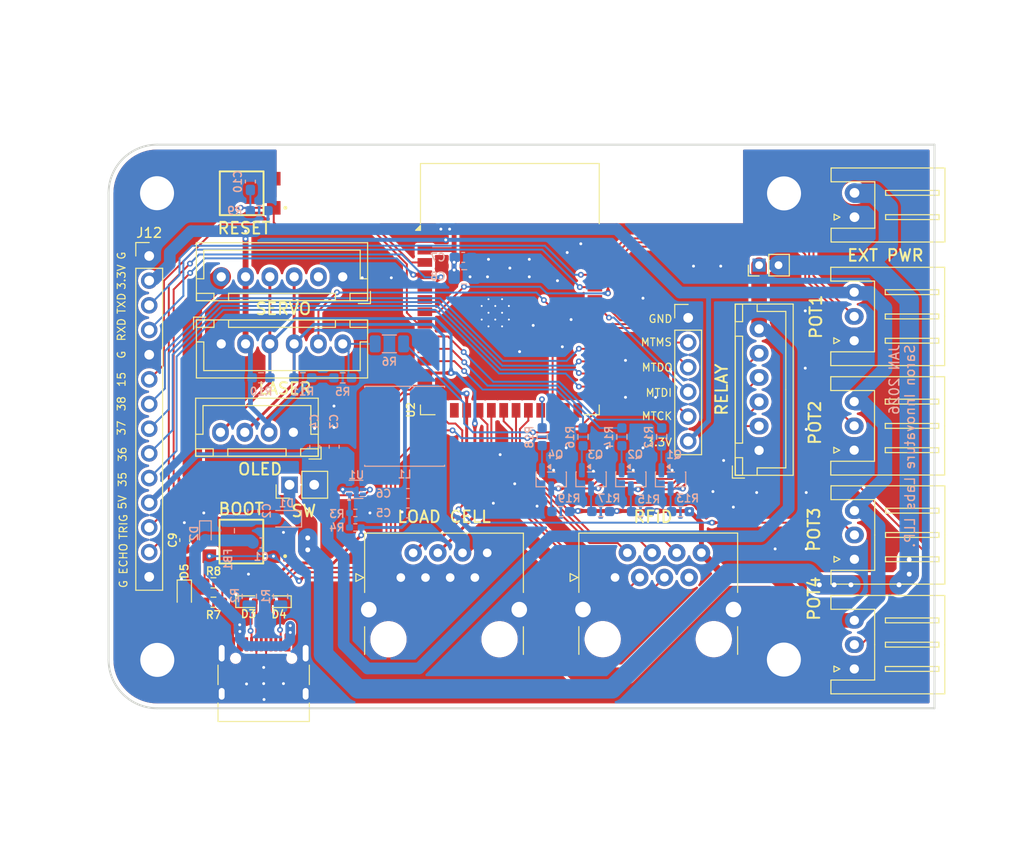
<source format=kicad_pcb>
(kicad_pcb (version 20241229) (generator "pcbnew") (generator_version "9.0")
  (layers (0 "F.Cu" signal) (2 "B.Cu" signal) (13 "F.Paste" user) (15 "B.Paste" user) (5 "F.SilkS" user "F.Silkscreen") (7 "B.SilkS" user "B.Silkscreen") (1 "F.Mask" user) (3 "B.Mask" user) (25 "Edge.Cuts" user))
  (net 0 "")
  (net 1 "GND")
  (net 2 "Net-(D2-A2)")
  (net 3 "Net-(D1-A)")
  (net 4 "/5V")
  (net 5 "/3.3V")
  (net 6 "/BOOT")
  (net 7 "/ENABLE")
  (net 8 "/5V_USB")
  (net 9 "/USB_D-")
  (net 10 "/USB_D+")
  (net 12 "Net-(J1-CC1)")
  (net 14 "Net-(J1-CC2)")
  (net 15 "/SCL")
  (net 16 "/SDA")
  (net 17 "/MTDO")
  (net 18 "/MTMS")
  (net 19 "/MTCK")
  (net 20 "/MTDI")
  (net 21 "/V+")
  (net 23 "/IN4")
  (net 24 "/IN2")
  (net 25 "/IN3")
  (net 26 "/IN1")
  (net 27 "/~INT")
  (net 28 "Net-(J6-Pin_6)")
  (net 29 "/ADC1_CH0")
  (net 30 "/ADC1_CH1")
  (net 31 "/ADC1_CH2")
  (net 32 "/ADC1_CH6")
  (net 33 "/IO38")
  (net 34 "/IO35")
  (net 35 "/RXD")
  (net 36 "/TXD")
  (net 37 "/IO36")
  (net 38 "/TRIG")
  (net 39 "/IO37")
  (net 40 "/ECHO")
  (net 41 "/IO15")
  (net 42 "/SCK")
  (net 43 "/MOSI")
  (net 44 "/MISO")
  (net 45 "/RST")
  (net 47 "/SS")
  (net 48 "Net-(U1-SW)")
  (net 49 "Net-(U1-FB)")
  (net 50 "/~SHUT")
  (net 51 "Net-(D5-A)")
  (net 56 "/RLY4")
  (net 57 "/RLY2")
  (net 58 "/RLY3")
  (net 59 "/RLY1")
  (net 60 "Net-(Q1-B)")
  (net 61 "Net-(Q2-B)")
  (net 62 "Net-(Q3-B)")
  (net 63 "Net-(Q4-B)")
  (footprint "Resistor_SMD:R_0603_1608Metric_Pad0.98x0.95mm_HandSolder" (layer "F.Cu") (at 60.796621 97.091448 180)
    (property "Reference" "R7")
    (property "Value" "1K")
  )
  (footprint "Connector_JST:JST_XH_B6B-XH-A_1x06_P2.50mm_Vertical" (layer "F.Cu") (at 116.949465 81.463148 90)
    (property "Reference" "J5" (hide yes))
    (property "Value" "RELAY MODULE")
  )
  (footprint "decal:SW_SWT0211-050010GSA_REVA" (layer "F.Cu") (at 63.668971 90.849493 180)
    (property "Reference" "S2" (hide yes))
    (property "Value" "BOOT")
  )
  (footprint "Capacitor_SMD:C_0603_1608Metric_Pad1.08x0.95mm_HandSolder" (layer "F.Cu") (at 57.843148 90.696452 90)
    (property "Reference" "C9")
    (property "Value" "1uF")
  )
  (footprint "Diode_SMD:D_SOD-523" (layer "F.Cu") (at 67.541252 97.03187 180)
    (property "Reference" "D4")
    (property "Value" "LESD5D50CT1G")
  )
  (footprint "Connector_JST:JST_XH_S3B-XH-A_1x03_P2.50mm_Horizontal" (layer "F.Cu") (at 126.751074 103.956365 90)
    (property "Reference" "J7" (hide yes))
    (property "Value" "POT4")
  )
  (footprint "MountingHole:MountingHole_3.5mm_Pad_TopBottom" (layer "F.Cu") (at 119.516498 55.014173)
    (property "Reference" "H4" (hide yes))
    (property "Value" "MountingHole_Pad")
  )
  (footprint "Connector_PinHeader_2.54mm:PinHeader_1x02_P2.54mm_Vertical" (layer "F.Cu") (at 68.625 85 90)
    (property "Reference" "JP2" (hide yes))
    (property "Value" "ON/OFF")
  )
  (footprint "MountingHole:MountingHole_3.5mm_Pad_TopBottom" (layer "F.Cu") (at 55.014297 103.024875)
    (property "Reference" "H1" (hide yes))
    (property "Value" "MountingHole_Pad")
  )
  (footprint "Connector_JST:JST_XH_S2B-XH-A_1x02_P2.50mm_Horizontal" (layer "F.Cu") (at 126.768536 57.459396 90)
    (property "Reference" "J11" (hide yes))
    (property "Value" "EXT PWR")
  )
  (footprint "Connector_JST:JST_XH_S3B-XH-A_1x03_P2.50mm_Horizontal" (layer "F.Cu") (at 126.736643 70.177204 90)
    (property "Reference" "J10" (hide yes))
    (property "Value" "POT1")
  )
  (footprint "LED_SMD:LED_0603_1608Metric" (layer "F.Cu") (at 57.796621 96.291448 -90)
    (property "Reference" "D5")
    (property "Value" "LED")
  )
  (footprint "Diode_SMD:D_SOD-523" (layer "F.Cu") (at 64.350291 97.03187)
    (property "Reference" "D3")
    (property "Value" "LESD5D50CT1G")
  )
  (footprint "decal:SW_SWT0211-050010GSA_REVA" (layer "F.Cu") (at 63.7 55 180)
    (property "Reference" "S1" (hide yes))
    (property "Value" "RESET")
  )
  (footprint "Resistor_SMD:R_0603_1608Metric_Pad0.98x0.95mm_HandSolder" (layer "F.Cu") (at 60.796621 95.091448 180)
    (property "Reference" "R8")
    (property "Value" "10K")
  )
  (footprint "Connector_USB:USB_C_Receptacle_HRO_TYPE-C-31-M-12" (layer "F.Cu") (at 65.964425 105.464589)
    (property "Reference" "J1" (hide yes))
    (property "Value" "USB_C_Receptacle_USB2.0_16P")
  )
  (footprint "Connector_RJ:RJ45_HALO_HFJ11-x2450HRL_Horizontal" (layer "F.Cu") (at 80.077794 94.549608)
    (property "Reference" "J13" (hide yes))
    (property "Value" "HX711")
  )
  (footprint "Connector_JST:JST_XH_B4B-XH-A_1x04_P2.50mm_Vertical" (layer "F.Cu") (at 69.020081 79.601483 180)
    (property "Reference" "J2" (hide yes))
    (property "Value" "OLED")
  )
  (footprint "MountingHole:MountingHole_3.5mm_Pad_TopBottom" (layer "F.Cu") (at 119.50077 102.991232)
    (property "Reference" "H3" (hide yes))
    (property "Value" "MountingHole_Pad")
  )
  (footprint "Connector_JST:JST_XH_S3B-XH-A_1x03_P2.50mm_Horizontal" (layer "F.Cu") (at 126.736643 81.442034 90)
    (property "Reference" "J9" (hide yes))
    (property "Value" "POT2")
  )
  (footprint "Connector_RJ:RJ45_HALO_HFJ11-x2450HRL_Horizontal" (layer "F.Cu") (at 102.124677 94.540183)
    (property "Reference" "J14" (hide yes))
    (property "Value" "RFID-RC522")
  )
  (footprint "Connector_PinHeader_2.54mm:PinHeader_1x14_P2.54mm_Vertical" (layer "F.Cu") (at 54.183223 61.454441)
    (property "Reference" "J12")
    (property "Value" "Conn_01x14")
  )
  (footprint "Connector_JST:JST_XH_B6B-XH-A_1x06_P2.50mm_Vertical" (layer "F.Cu") (at 74.1 63.6 180)
    (property "Reference" "J4" (hide yes))
    (property "Value" "SERVO")
  )
  (footprint "Connector_JST:JST_XH_B6B-XH-A_1x06_P2.50mm_Vertical" (layer "F.Cu") (at 61.6 70.5)
    (property "Reference" "J6" (hide yes))
    (property "Value" "VL53L4CD")
  )
  (footprint "MountingHole:MountingHole_3.5mm_Pad_TopBottom" (layer "F.Cu") (at 54.988635 54.993799)
    (property "Reference" "H2" (hide yes))
    (property "Value" "MountingHole_Pad")
  )
  (footprint "Connector_PinHeader_2.54mm:PinHeader_1x06_P2.54mm_Vertical" (layer "F.Cu") (at 109.649465 67.823148)
    (property "Reference" "J3" (hide yes))
    (property "Value" "JTAG")
  )
  (footprint "Connector_JST:JST_XH_S3B-XH-A_1x03_P2.50mm_Horizontal" (layer "F.Cu") (at 126.759147 92.667816 90)
    (property "Reference" "J8" (hide yes))
    (property "Value" "POT3")
  )
  (footprint "Connector_PinHeader_2.00mm:PinHeader_1x02_P2.00mm_Vertical" (layer "F.Cu") (at 116.95 62.4 90)
    (property "Reference" "JP1" (hide yes))
    (property "Value" "Jumper_2_Open")
  )
  (footprint "RF_Module:ESP32-S3-WROOM-1" (layer "F.Cu") (at 91.3 64.84)
    (property "Reference" "U2")
    (property "Value" "ESP32-S3-WROOM-1")
  )
  (footprint "Resistor_SMD:R_0603_1608Metric_Pad0.98x0.95mm_HandSolder" (layer "B.Cu") (at 108.855808 87.766777 180)
    (property "Reference" "R13")
    (property "Value" "10K")
  )
  (footprint "Capacitor_SMD:C_0805_2012Metric_Pad1.18x1.45mm_HandSolder" (layer "B.Cu") (at 86.6 63.6)
    (property "Reference" "C8")
    (property "Value" "10uF")
  )
  (footprint "Package_TO_SOT_SMD:SOT-23" (layer "B.Cu") (at 103.75 84.4375 -90)
    (property "Reference" "Q2")
    (property "Value" "BC847")
  )
  (footprint "Diode_SMD:D_SOD-323" (layer "B.Cu") (at 68.25 88.5 180)
    (property "Reference" "D1")
    (property "Value" "1N5819WS")
  )
  (footprint "Diode_SMD:D_SOD-523" (layer "B.Cu") (at 59.963075 89.973092 -90)
    (property "Reference" "D2")
    (property "Value" "LESD5D50CT1G")
  )
  (footprint "Resistor_SMD:R_0603_1608Metric_Pad0.98x0.95mm_HandSolder" (layer "B.Cu") (at 104.744153 87.766946 180)
    (property "Reference" "R15")
    (property "Value" "10K")
  )
  (footprint "Capacitor_SMD:C_0603_1608Metric_Pad1.08x0.95mm_HandSolder" (layer "B.Cu") (at 86.5 61.6)
    (property "Reference" "C7")
    (property "Value" "0.1uF")
  )
  (footprint "Package_TO_SOT_SMD:SOT-23" (layer "B.Cu") (at 99.655596 84.4375 -90)
    (property "Reference" "Q3")
    (property "Value" "BC847")
  )
  (footprint "Package_TO_SOT_SMD:SOT-23" (layer "B.Cu") (at 95.555607 84.448164 -90)
    (property "Reference" "Q4")
    (property "Value" "BC847")
  )
  (footprint "Capacitor_SMD:C_0603_1608Metric_Pad1.08x0.95mm_HandSolder" (layer "B.Cu") (at 64.845186 87.679634 90)
    (property "Reference" "C2")
    (property "Value" "0.1uF")
  )
  (footprint "Capacitor_SMD:C_0603_1608Metric_Pad1.08x0.95mm_HandSolder" (layer "B.Cu") (at 80.8 85.9 180)
    (property "Reference" "C6")
    (property "Value" "22uF")
  )
  (footprint "Resistor_SMD:R_0603_1608Metric_Pad0.98x0.95mm_HandSolder" (layer "B.Cu") (at 106.928491 80.073545 90)
    (property "Reference" "R12")
    (property "Value" "2.2K")
  )
  (footprint "Resistor_SMD:R_0603_1608Metric_Pad0.98x0.95mm_HandSolder" (layer "B.Cu") (at 100.653781 87.754931 180)
    (property "Reference" "R17")
    (property "Value" "10K")
  )
  (footprint "Capacitor_SMD:C_0603_1608Metric_Pad1.08x0.95mm_HandSolder" (layer "B.Cu") (at 80.8 87.9 180)
    (property "Reference" "C5")
    (property "Value" "0.1uF")
  )
  (footprint "Resistor_SMD:R_0603_1608Metric_Pad0.98x0.95mm_HandSolder" (layer "B.Cu") (at 74.1 74)
    (property "Reference" "R5")
    (property "Value" "10K")
  )
  (footprint "Resistor_SMD:R_0402_1005Metric_Pad0.72x0.64mm_HandSolder" (layer "B.Cu") (at 75.399999 89.396968 180)
    (property "Reference" "R3")
    (property "Value" "453K")
  )
  (footprint "Capacitor_SMD:C_0603_1608Metric_Pad1.08x0.95mm_HandSolder" (layer "B.Cu") (at 65.720108 90.980283)
    (property "Reference" "C1")
    (property "Value" "0.1uF")
  )
  (footprint "Resistor_SMD:R_0603_1608Metric_Pad0.98x0.95mm_HandSolder" (layer "B.Cu") (at 96.543962 87.760347 180)
    (property "Reference" "R19")
    (property "Value" "10K")
  )
  (footprint "Resistor_SMD:R_0603_1608Metric_Pad0.98x0.95mm_HandSolder" (layer "B.Cu") (at 98.828491 80.073545 90)
    (property "Reference" "R16")
    (property "Value" "2.2K")
  )
  (footprint "Resistor_SMD:R_0603_1608Metric_Pad0.98x0.95mm_HandSolder" (layer "B.Cu") (at 65.495872 56.788994 180)
    (property "Reference" "R9")
    (property "Value" "10K")
  )
  (footprint "Resistor_SMD:R_0402_1005Metric_Pad0.72x0.64mm_HandSolder" (layer "B.Cu") (at 75.4 87.9)
    (property "Reference" "R4")
    (property "Value" "100K")
  )
  (footprint "Resistor_SMD:R_0603_1608Metric_Pad0.98x0.95mm_HandSolder" (layer "B.Cu") (at 69.996143 73.990027 180)
    (property "Reference" "R11")
    (property "Value" "2.2K")
  )
  (footprint "Resistor_SMD:R_1206_3216Metric" (layer "B.Cu") (at 78.9 70.5)
    (property "Reference" "R6")
    (property "Value" "10K")
  )
  (footprint "Capacitor_SMD:C_0603_1608Metric_Pad1.08x0.95mm_HandSolder" (layer "B.Cu") (at 73.220108 81.092783 90)
    (property "Reference" "C3")
    (property "Value" "0.1uF")
  )
  (footprint "Resistor_SMD:R_0603_1608Metric_Pad0.98x0.95mm_HandSolder" (layer "B.Cu") (at 94.628491 80.061045 90)
    (property "Reference" "R18")
    (property "Value" "2.2K")
  )
  (footprint "Resistor_SMD:R_0805_2012Metric_Pad1.20x1.40mm_HandSolder" (layer "B.Cu") (at 64.487547 96.494471 90)
    (property "Reference" "R2")
    (property "Value" "5.1K")
  )
  (footprint "Package_TO_SOT_SMD:SOT-563" (layer "B.Cu") (at 75.468686 85.472303)
    (property "Reference" "U1")
    (property "Value" "TLV62569ADRL")
  )
  (footprint "Resistor_SMD:R_0603_1608Metric_Pad0.98x0.95mm_HandSolder" (layer "B.Cu") (at 102.828491 80.073545 90)
    (property "Reference" "R14")
    (property "Value" "2.2K")
  )
  (footprint "Resistor_SMD:R_0805_2012Metric_Pad1.20x1.40mm_HandSolder" (layer "B.Cu") (at 67.697248 96.495194 90)
    (property "Reference" "R1")
    (property "Value" "5.1K")
  )
  (footprint "Capacitor_SMD:C_0603_1608Metric_Pad1.08x0.95mm_HandSolder" (layer "B.Cu") (at 71.220108 81.092783 90)
    (property "Reference" "C4")
    (property "Value" "4.7uF")
  )
  (footprint "Inductor_SMD:L_Sunlord_SWPA8040S" (layer "B.Cu") (at 80.469975 78.980282)
    (property "Reference" "L1")
    (property "Value" "SWPA8040S1R0NT")
  )
  (footprint "Package_TO_SOT_SMD:SOT-23" (layer "B.Cu") (at 107.841386 84.446126 -90)
    (property "Reference" "Q1")
    (property "Value" "BC847")
  )
  (footprint "Capacitor_SMD:C_0603_1608Metric_Pad1.08x0.95mm_HandSolder" (layer "B.Cu") (at 64.596221 53.797946 90)
    (property "Reference" "C10")
    (property "Value" "1uF")
  )
  (footprint "Resistor_SMD:R_0805_2012Metric_Pad1.20x1.40mm_HandSolder" (layer "B.Cu") (at 62.220108 89.730283 90)
    (property "Reference" "FB1")
    (property "Value" "120R")
  )
  (footprint "Resistor_SMD:R_0603_1608Metric_Pad0.98x0.95mm_HandSolder" (layer "B.Cu") (at 65.689846 73.990027)
    (property "Reference" "R10")
    (property "Value" "2.2K")
  )
  (gr_line (start 50 103) (end 50 55) (stroke (width 0.2)) (layer "Edge.Cuts"))
  (gr_arc (start 50 55) (mid 51.464466 51.464466) (end 55 50) (stroke (width 0.2)) (layer "Edge.Cuts"))
  (gr_line (start 55 50) (end 135 50) (stroke (width 0.2)) (layer "Edge.Cuts"))
  (gr_line (start 135 108) (end 55 108) (stroke (width 0.2)) (layer "Edge.Cuts"))
  (gr_arc (start 55 108) (mid 51.464466 106.535534) (end 50 103) (stroke (width 0.2)) (layer "Edge.Cuts"))
  (gr_line (start 135 50) (end 135 108) (stroke (width 0.2)) (layer "Edge.Cuts"))
  (gr_text "G" (at 51.8 61.9 90) (layer "F.SilkS") (effects (font (size 0.8 0.8) (thickness 0.12)) (justify left bottom)))
  (gr_text "MTCK" (at 104.8 78.4 0) (layer "F.SilkS") (effects (font (size 0.8 0.8) (thickness 0.12)) (justify left bottom)))
  (gr_text "RFID" (at 103.9 89 0) (layer "F.SilkS") (effects (font (size 1.2 1.2) (thickness 0.2) (bold yes)) (justify left bottom)))
  (gr_text "ECHO" (at 52 94.3 90) (layer "F.SilkS") (effects (font (size 0.8 0.8) (thickness 0.12)) (justify left bottom)))
  (gr_text "5V" (at 51.9 87.6 90) (layer "F.SilkS") (effects (font (size 0.8 0.8) (thickness 0.12)) (justify left bottom)))
  (gr_text "GND" (at 105.5 68.4 0) (layer "F.SilkS") (effects (font (size 0.8 0.8) (thickness 0.12)) (justify left bottom)))
  (gr_text "LOAD CELL" (at 79.6 89 0) (layer "F.SilkS") (effects (font (size 1.2 1.2) (thickness 0.2) (bold yes)) (justify left bottom)))
  (gr_text "38" (at 51.8 77.5 90) (layer "F.SilkS") (effects (font (size 0.8 0.8) (thickness 0.12)) (justify left bottom)))
  (gr_text "LASER" (at 65.3 75.8 0) (layer "F.SilkS") (effects (font (size 1.2 1.2) (thickness 0.2) (bold yes)) (justify left bottom)))
  (gr_text "G" (at 52 95.7 90) (layer "F.SilkS") (effects (font (size 0.8 0.8) (thickness 0.12)) (justify left bottom)))
  (gr_text "3.3V" (at 105.3 81.1 0) (layer "F.SilkS") (effects (font (size 0.8 0.8) (thickness 0.12)) (justify left bottom)))
  (gr_text "MTMS" (at 104.7 70.8 0) (layer "F.SilkS") (effects (font (size 0.8 0.8) (thickness 0.12)) (justify left bottom)))
  (gr_text "POT2\n" (at 123.4 81 90) (layer "F.SilkS") (effects (font (size 1.2 1.2) (thickness 0.2) (bold yes)) (justify left bottom)))
  (gr_text "3.3V" (at 51.8 65 90) (layer "F.SilkS") (effects (font (size 0.8 0.8) (thickness 0.12)) (justify left bottom)))
  (gr_text "RXD" (at 51.8 70.3 90) (layer "F.SilkS") (effects (font (size 0.8 0.8) (thickness 0.12)) (justify left bottom)))
  (gr_text "BOOT" (at 61.2 88.2 0) (layer "F.SilkS") (effects (font (size 1.2 1.2) (thickness 0.2) (bold yes)) (justify left bottom)))
  (gr_text "SW\n" (at 68.7 88.4 0) (layer "F.SilkS") (effects (font (size 1.2 1.2) (thickness 0.2) (bold yes)) (justify left bottom)))
  (gr_text "G" (at 51.8 72.1 90) (layer "F.SilkS") (effects (font (size 0.8 0.8) (thickness 0.12)) (justify left bottom)))
  (gr_text "POT1\n" (at 123.5 70.1 90) (layer "F.SilkS") (effects (font (size 1.2 1.2) (thickness 0.2) (bold yes)) (justify left bottom)))
  (gr_text "MTDI" (at 105.2 76 0) (layer "F.SilkS") (effects (font (size 0.8 0.8) (thickness 0.12)) (justify left bottom)))
  (gr_text "POT4" (at 123.3 99.1 90) (layer "F.SilkS") (effects (font (size 1.2 1.2) (thickness 0.2) (bold yes)) (justify left bottom)))
  (gr_text "36" (at 51.9 82.7 90) (layer "F.SilkS") (effects (font (size 0.8 0.8) (thickness 0.12)) (justify left bottom)))
  (gr_text "POT3" (at 123.3 92 90) (layer "F.SilkS") (effects (font (size 1.2 1.2) (thickness 0.2) (bold yes)) (justify left bottom)))
  (gr_text "15" (at 51.8 75 90) (layer "F.SilkS") (effects (font (size 0.8 0.8) (thickness 0.12)) (justify left bottom)))
  (gr_text "TRIG" (at 52 90.7 90) (layer "F.SilkS") (effects (font (size 0.8 0.8) (thickness 0.12)) (justify left bottom)))
  (gr_text "OLED" (at 63.2 84.1 0) (layer "F.SilkS") (effects (font (size 1.2 1.2) (thickness 0.2) (bold yes)) (justify left bottom)))
  (gr_text "RELAY" (at 113.8 78 90) (layer "F.SilkS") (effects (font (size 1.2 1.2) (thickness 0.2) (bold yes)) (justify left bottom)))
  (gr_text "MTDO" (at 104.8 73.4 0) (layer "F.SilkS") (effects (font (size 0.8 0.8) (thickness 0.12)) (justify left bottom)))
  (gr_text "TXD" (at 51.8 67.5 90) (layer "F.SilkS") (effects (font (size 0.8 0.8) (thickness 0.12)) (justify left bottom)))
  (gr_text "RESET" (at 61.1 59.3 0) (layer "F.SilkS") (effects (font (size 1.2 1.2) (thickness 0.2) (bold yes)) (justify left bottom)))
  (gr_text "EXT PWR" (at 125.9 62.1 0) (layer "F.SilkS") (effects (font (size 1.2 1.2) (thickness 0.2) (bold yes)) (justify left bottom)))
  (gr_text "SERVO" (at 65 67.6 0) (layer "F.SilkS") (effects (font (size 1.2 1.2) (thickness 0.2) (bold yes)) (justify left bottom)))
  (gr_text "37" (at 51.8 80 90) (layer "F.SilkS") (effects (font (size 0.8 0.8) (thickness 0.12)) (justify left bottom)))
  (gr_text "35" (at 51.9 85.3 90) (layer "F.SilkS") (effects (font (size 0.8 0.8) (thickness 0.12)) (justify left bottom)))
  (gr_text "JAN 2026\nSaron Innovature Labs LLP." (at 133.059943 70.463287 90) (layer "B.SilkS") (effects (font (size 1 1)) (justify left bottom mirror)))
  (via (at 114.3 87.3) (size 0.6) (drill 0.3) (layers "F.Cu" "B.Cu") (net 1))
  (via (at 95.8 83.5) (size 0.6) (drill 0.3) (layers "F.Cu" "B.Cu") (net 1))
  (via (at 91.3 62.7) (size 0.6) (drill 0.3) (layers "F.Cu" "B.Cu") (net 1))
  (via (at 59.8 87.9) (size 0.6) (drill 0.3) (layers "F.Cu" "B.Cu") (net 1))
  (via (at 90.3 81.9) (size 0.6) (drill 0.3) (layers "F.Cu" "B.Cu") (net 1))
  (via (at 112.2 85.7) (size 0.6) (drill 0.3) (layers "F.Cu" "B.Cu") (net 1))
  (via (at 93.7 68.6) (size 0.6) (drill 0.3) (layers "F.Cu" "B.Cu") (net 1))
  (via (at 89.6 86.9) (size 0.6) (drill 0.3) (layers "F.Cu" "B.Cu") (net 1))
  (via (at 116.7 85.8) (size 0.6) (drill 0.3) (layers "F.Cu" "B.Cu") (net 1))
  (via (at 68 105.464589) (size 0.6) (drill 0.3) (layers "F.Cu" "B.Cu") (net 1))
  (via (at 91.8 84.9) (size 0.6) (drill 0.3) (layers "F.Cu" "B.Cu") (net 1))
  (via (at 93.3 61.8) (size 0.6) (drill 0.3) (layers "F.Cu" "B.Cu") (net 1))
  (via (at 89.1 61.8) (size 0.6) (drill 0.3) (layers "F.Cu" "B.Cu") (net 1))
  (via (at 121.7 73) (size 0.6) (drill 0.3) (layers "F.Cu" "B.Cu") (net 1))
  (via (at 104 83.5) (size 0.6) (drill 0.3) (layers "F.Cu" "B.Cu") (net 1))
  (via (at 118.6 91.6) (size 0.6) (drill 0.3) (layers "F.Cu" "B.Cu") (net 1))
  (via (at 80.2 87.8) (size 0.6) (drill 0.3) (layers "F.Cu" "B.Cu") (net 1))
  (via (at 79.1 63.7) (size 0.6) (drill 0.3) (layers "F.Cu" "B.Cu") (net 1))
  (via (at 113 62.5) (size 0.6) (drill 0.3) (layers "F.Cu" "B.Cu") (net 1))
  (via (at 96.2 64) (size 0.6) (drill 0.3) (layers "F.Cu" "B.Cu") (net 1))
  (via (at 108 83.5) (size 0.6) (drill 0.3) (layers "F.Cu" "B.Cu") (net 1))
  (via (at 110.2 62.5) (size 0.6) (drill 0.3) (layers "F.Cu" "B.Cu") (net 1))
  (via (at 94.1 87.2) (size 0.6) (drill 0.3) (layers "F.Cu" "B.Cu") (net 1))
  (via (at 105 65.8) (size 0.6) (drill 0.3) (layers "F.Cu" "B.Cu") (net 1))
  (via (at 97.6 68) (size 0.6) (drill 0.3) (layers "F.Cu" "B.Cu") (net 1))
  (via (at 76.1 63.7) (size 0.6) (drill 0.3) (layers "F.Cu" "B.Cu") (net 1))
  (via (at 106.3 76) (size 0.6) (drill 0.3) (layers "F.Cu" "B.Cu") (net 1))
  (via (at 121.8 79.3) (size 0.6) (drill 0.3) (layers "F.Cu" "B.Cu") (net 1))
  (via (at 92.3 71.3) (size 0.6) (drill 0.3) (layers "F.Cu" "B.Cu") (net 1))
  (via (at 74.1 85.478506) (size 0.6) (drill 0.3) (layers "F.Cu" "B.Cu") (net 1))
  (via (at 101.3 81.2) (size 0.6) (drill 0.3) (layers "F.Cu" "B.Cu") (net 1))
  (via (at 73.2 76.9) (size 0.6) (drill 0.3) (layers "F.Cu" "B.Cu") (net 1))
  (via (at 97.2 61.1) (size 0.6) (drill 0.3) (layers "F.Cu" "B.Cu") (net 1))
  (via (at 64.2 105.5) (size 0.6) (drill 0.3) (layers "F.Cu" "B.Cu") (net 1))
  (via (at 121.8 91.6) (size 0.6) (drill 0.3) (layers "F.Cu" "B.Cu") (net 1))
  (via (at 97.1 81.2) (size 0.6) (drill 0.3) (layers "F.Cu" "B.Cu") (net 1))
  (via (at 98.6 60.2) (size 0.6) (drill 0.3) (layers "F.Cu" "B.Cu") (net 1))
  (via (at 68 89.9) (size 0.6) (drill 0.3) (layers "F.Cu" "B.Cu") (net 1))
  (via (at 99.9 83.6) (size 0.6) (drill 0.3) (layers "F.Cu" "B.Cu") (net 1))
  (via (at 71.2 79.2) (size 0.6) (drill 0.3) (layers "F.Cu" "B.Cu") (net 1))
  (via (at 63.1 96.3) (size 0.6) (drill 0.3) (layers "F.Cu" "B.Cu") (net 1))
  (via (at 105 81.2) (size 0.6) (drill 0.3) (layers "F.Cu" "B.Cu") (net 1))
  (via (at 113.3 82.5) (size 0.6) (drill 0.3) (layers "F.Cu" "B.Cu") (net 1))
  (via (at 121.7 67.1) (size 0.6) (drill 0.3) (layers "F.Cu" "B.Cu") (net 1))
  (via (at 65.964425 105.464589) (size 0.6) (drill 0.3) (layers "F.Cu" "B.Cu") (net 1))
  (via (at 57.5 94.7) (size 0.6) (drill 0.3) (layers "F.Cu" "B.Cu") (net 1))
  (via (at 76.9 87.9) (size 0.6) (drill 0.3) (layers "F.Cu" "B.Cu") (net 1))
  (via (at 65.964425 103.8) (size 0.6) (drill 0.3) (layers "F.Cu" "B.Cu") (net 1))
  (via (at 64.4 94.2) (size 0.6) (drill 0.3) (layers "F.Cu" "B.Cu") (net 1))
  (via (at 121.8 85.8) (size 0.6) (drill 0.3) (layers "F.Cu" "B.Cu") (net 1))
  (via (at 66 107.1) (size 0.6) (drill 0.3) (layers "F.Cu" "B.Cu") (net 1))
  (via (at 96.7 70.8) (size 0.6) (drill 0.3) (layers "F.Cu" "B.Cu") (net 1))
  (via (at 103.2 76) (size 0.6) (drill 0.3) (layers "F.Cu" "B.Cu") (net 1))
  (via (at 93.3 63.6) (size 0.6) (drill 0.3) (layers "F.Cu" "B.Cu") (net 1))
  (via (at 87.2 63.6) (size 0.6) (drill 0.3) (layers "F.Cu" "B.Cu") (net 1))
  (via (at 84.7 59.8) (size 0.6) (drill 0.3) (layers "F.Cu" "B.Cu") (net 1))
  (via (at 73.2 79.1) (size 0.6) (drill 0.3) (layers "F.Cu" "B.Cu") (net 1))
  (via (at 57.8 88.9) (size 0.6) (drill 0.3) (layers "F.Cu" "B.Cu") (net 1))
  (via (at 103.2 72.2) (size 0.6) (drill 0.3) (layers "F.Cu" "B.Cu") (net 1))
  (via (at 89 63.6) (size 0.6) (drill 0.3) (layers "F.Cu" "B.Cu") (net 1))
  (segment (start 74.106203 85.472303) (end 74.756186 85.472303) (width 0.2) (layer "B.Cu") (net 1))
  (segment (start 74.1 85.478506) (end 74.106203 85.472303) (width 0.2) (layer "B.Cu") (net 1))
  (segment (start 68.7 100.2) (end 68.413425 100.486575) (width 0.6) (layer "F.Cu") (net 2))
  (segment (start 68.7 100.2) (end 68.7 99.5) (width 0.6) (layer "F.Cu") (net 2))
  (segment (start 63.514425 100.1) (end 63.514425 101.419589) (width 0.6) (layer "F.Cu") (net 2))
  (segment (start 63.5 99.411256) (end 63.494372 99.405628) (width 0.6) (layer "F.Cu") (net 2))
  (segment (start 68.413425 100.486575) (end 68.413425 101.419589) (width 0.6) (layer "F.Cu") (net 2))
  (segment (start 63.5 100.085575) (end 63.5 99.411256) (width 0.6) (layer "F.Cu") (net 2))
  (via (at 63.5 99.411256) (size 0.6) (drill 0.3) (layers "F.Cu" "B.Cu") (net 2))
  (via (at 63.514425 100.1) (size 0.6) (drill 0.3) (layers "F.Cu" "B.Cu") (net 2))
  (via (at 68.7 100.2) (size 0.6) (drill 0.3) (layers "F.Cu" "B.Cu") (net 2))
  (via (at 68.7 99.5) (size 0.6) (drill 0.3) (layers "F.Cu" "B.Cu") (net 2))
  (segment (start 63.5 99.411256) (end 63.5 100.085575) (width 1.2) (layer "B.Cu") (net 2))
  (segment (start 68.7 101) (end 68.1 101.6) (width 1) (layer "B.Cu") (net 2))
  (segment (start 59.963075 90.673092) (end 60.020266 90.730283) (width 1.2) (layer "B.Cu") (net 2))
  (segment (start 63.514425 100.914425) (end 63.514425 99.425681) (width 1) (layer "B.Cu") (net 2))
  (segment (start 58.9 94.5) (end 58.9 91.736167) (width 1.2) (layer "B.Cu") (net 2))
  (segment (start 63.512542 99.576122) (end 63.514425 99.574239) (width 1.2) (layer "B.Cu") (net 2))
  (segment (start 64.607608 90.730283) (end 64.857608 90.980283) (width 1.2) (layer "B.Cu") (net 2))
  (segment (start 68.1 101.6) (end 64.2 101.6) (width 1) (layer "B.Cu") (net 2))
  (segment (start 63.514425 99.574239) (end 63.514425 99.114425) (width 1.2) (layer "B.Cu") (net 2))
  (segment (start 63.5 100.085575) (end 63.512542 100.098117) (width 1.2) (layer "B.Cu") (net 2))
  (segment (start 63.512542 100.098117) (end 63.512542 99.576122) (width 1.2) (layer "B.Cu") (net 2))
  (segment (start 68.7 99.5) (end 68.7 101) (width 1) (layer "B.Cu") (net 2))
  (segment (start 60.020266 90.730283) (end 62.220108 90.730283) (width 1.2) (layer "B.Cu") (net 2))
  (segment (start 64.2 101.6) (end 63.514425 100.914425) (width 1) (layer "B.Cu") (net 2))
  (segment (start 63.514425 99.114425) (end 58.9 94.5) (width 1.2) (layer "B.Cu") (net 2))
  (segment (start 62.220108 90.730283) (end 64.607608 90.730283) (width 1.2) (layer "B.Cu") (net 2))
  (segment (start 58.9 91.736167) (end 59.963075 90.673092) (width 1.2) (layer "B.Cu") (net 2))
  (segment (start 67.2 88.5) (end 64.88732 88.5) (width 1.2) (layer "B.Cu") (net 3))
  (segment (start 62.220108 88.730283) (end 64.657037 88.730283) (width 1.2) (layer "B.Cu") (net 3))
  (segment (start 64.88732 88.5) (end 64.845186 88.542134) (width 1.2) (layer "B.Cu") (net 3))
  (segment (start 64.657037 88.730283) (end 64.845186 88.542134) (width 1.2) (layer "B.Cu") (net 3))
  (segment (start 76.9 85.5) (end 76.320494 86.079506) (width 0.2) (layer "F.Cu") (net 4))
  (segment (start 72.244506 86.079506) (end 71.165 85) (width 0.2) (layer "F.Cu") (net 4))
  (segment (start 76.320494 86.079506) (end 72.244506 86.079506) (width 0.2) (layer "F.Cu") (net 4))
  (segment (start 116.95 68.962613) (end 116.949465 68.963148) (width 1.6) (layer "F.Cu") (net 4))
  (segment (start 116.95 62.4) (end 116.95 68.962613) (width 1.6) (layer "F.Cu") (net 4))
  (via (at 76.9 85.5) (size 0.6) (drill 0.3) (layers "F.Cu" "B.Cu") (net 4))
  (segment (start 72.55 90.825) (end 72.55 88.7) (width 1.2) (layer "B.Cu") (net 4))
  (segment (start 72.55 88.7) (end 71.165 87.315) (width 1.2) (layer "B.Cu") (net 4))
  (segment (start 117.100817 90.299183) (end 95.550817 90.299183) (width 1.2) (layer "B.Cu") (net 4))
  (segment (start 76.9 85.5) (end 76.872303 85.472303) (width 0.2) (layer "B.Cu") (net 4))
  (segment (start 54.183223 86.854441) (end 54.197107 86.854441) (width 0.6) (layer "B.Cu") (net 4))
  (segment (start 71.220108 81.955283) (end 72.4 81.955283) (width 1.2) (layer "B.Cu") (net 4))
  (segment (start 120 71.35) (end 120 87.4) (width 1.2) (layer "B.Cu") (net 4))
  (segment (start 81.95 103.9) (end 76.65 103.9) (width 1.2) (layer "B.Cu") (net 4))
  (segment (start 59.096265 81.955283) (end 71.220108 81.955283) (width 0.6) (layer "B.Cu") (net 4))
  (segment (start 71.220108 84.944892) (end 71.165 85) (width 1.2) (layer "B.Cu") (net 4))
  (segment (start 72.4 81.955283) (end 73.220108 81.955283) (width 1.2) (layer "B.Cu") (net 4))
  (segment (start 95.550817 90.299183) (end 81.95 103.9) (width 1.2) (layer "B.Cu") (net 4))
  (segment (start 54.197107 86.854441) (end 59.096265 81.955283) (width 0.6) (layer "B.Cu") (net 4))
  (segment (start 117.613148 68.963148) (end 120 71.35) (width 1.2) (layer "B.Cu") (net 4))
  (segment (start 71.165 87.315) (end 71.165 85) (width 1.2) (layer "B.Cu") (net 4))
  (segment (start 76.872303 85.472303) (end 76.181186 85.472303) (width 0.2) (layer "B.Cu") (net 4))
  (segment (start 74.2 92.475) (end 72.55 90.825) (width 1.2) (layer "B.Cu") (net 4))
  (segment (start 120 87.4) (end 117.100817 90.299183) (width 1.2) (layer "B.Cu") (net 4))
  (segment (start 74.2 101.45) (end 74.2 92.475) (width 1.2) (layer "B.Cu") (net 4))
  (segment (start 116.949465 68.963148) (end 117.613148 68.963148) (width 1.2) (layer "B.Cu") (net 4))
  (segment (start 76.65 103.9) (end 74.2 101.45) (width 1.2) (layer "B.Cu") (net 4))
  (segment (start 68.649 93.051) (end 67.675 94.025) (width 0.3) (layer "F.Cu") (net 5))
  (segment (start 85.5625 59.0625) (end 85.5625 62.5) (width 0.5) (layer "F.Cu") (net 5))
  (segment (start 64.1 63.6) (end 64.1 70.5) (width 0.6) (layer "F.Cu") (net 5))
  (segment (start 113.45 94.35) (end 118.55 94.35) (width 1.5) (layer "F.Cu") (net 5))
  (segment (start 113.4 94.4) (end 113.45 94.35) (width 1.5) (layer "F.Cu") (net 5))
  (segment (start 102.3 87.7) (end 98.3 87.7) (width 0.4) (layer "F.Cu") (net 5))
  (segment (start 64.1 59.7) (end 64.1 58.9) (width 0.6) (layer "F.Cu") (net 5))
  (segment (start 85.5625 60.8) (end 82.6 60.8) (width 0.5) (layer "F.Cu") (net 5))
  (segment (start 111.014677 88.914677) (end 109.8 87.7) (width 0.5) (layer "F.Cu") (net 5))
  (segment (start 65.608552 95.091448) (end 61.709121 95.091448) (width 0.3) (layer "F.Cu") (net 5))
  (segment (start 113.4 94.4) (end 103.25 104.55) (width 1.5) (layer "F.Cu") (net 5))
  (segment (start 113.4 94.385506) (end 113.4 94.4) (width 0.6) (layer "F.Cu") (net 5))
  (segment (start 103.25 104.55) (end 98.15 104.55) (width 1.5) (layer "F.Cu") (net 5))
  (segment (start 76 90.2) (end 73.149 93.051) (width 0.3) (layer "F.Cu") (net 5))
  (segment (start 89.1 89) (end 86.427794 91.672206) (width 1.5) (layer "F.Cu") (net 5))
  (segment (start 109.8 87.7) (end 106.4 87.7) (width 0.4) (layer "F.Cu") (net 5))
  (segment (start 85.1 58.691) (end 84.2 58.691) (width 0.5) (layer "F.Cu") (net 5))
  (segment (start 111.014677 92.000183) (end 113.4 94.385506) (width 0.8) (layer "F.Cu") (net 5))
  (segment (start 126.496934 98.956365) (end 126.537538 98.996969) (width 1.5) (layer "F.Cu") (net 5))
  (segment (start 73.149 93.051) (end 68.649 93.051) (width 0.3) (layer "F.Cu") (net 5))
  (segment (start 82.6 60.8) (end 82.55 60.85) (width 0.5) (layer "F.Cu") (net 5))
  (segment (start 85.5625 62.1) (end 85.5625 62.5) (width 0.5) (layer "F.Cu") (net 5))
  (segment (start 111.014677 92.000183) (end 111.014677 88.914677) (width 0.5) (layer "F.Cu") (net 5))
  (segment (start 85.1 58.691) (end 85.191 58.691) (width 0.5) (layer "F.Cu") (net 5))
  (segment (start 91.8 89) (end 89.1 89) (width 1.5) (layer "F.Cu") (net 5))
  (segment (start 67.675 94.025) (end 66.675 94.025) (width 0.3) (layer "F.Cu") (net 5))
  (segment (start 95.6 102) (end 95.6 92.8) (width 1.5) (layer "F.Cu") (net 5))
  (segment (start 95.6 92.8) (end 91.8 89) (width 1.5) (layer "F.Cu") (net 5))
  (segment (start 61.709121 97.091448) (end 61.709121 95.091448) (width 0.2) (layer "F.Cu") (net 5))
  (segment (start 85.191 58.691) (end 85.5625 59.0625) (width 0.5) (layer "F.Cu") (net 5))
  (segment (start 118.55 94.35) (end 123.156365 98.956365) (width 1.5) (layer "F.Cu") (net 5))
  (segment (start 106.4 87.7) (end 102.3 87.7) (width 0.4) (layer "F.Cu") (net 5))
  (segment (start 98.15 104.55) (end 95.6 102) (width 1.5) (layer "F.Cu") (net 5))
  (segment (start 66.675 94.025) (end 65.608552 95.091448) (width 0.3) (layer "F.Cu") (net 5))
  (segment (start 64.1 63.6) (end 64.1 59.7) (width 0.6) (layer "F.Cu") (net 5))
  (segment (start 86.427794 91.672206) (end 86.427794 92.009608) (width 1.5) (layer "F.Cu") (net 5))
  (segment (start 85.5625 62.9) (end 85.5625 62.5) (width 0.5) (layer "F.Cu") (net 5))
  (segment (start 123.156365 98.956365) (end 126.496934 98.956365) (width 1.5) (layer "F.Cu") (net 5))
  (via (at 109.8 87.7) (size 0.6) (drill 0.3) (layers "F.Cu" "B.Cu") (net 5))
  (via (at 98.3 87.7) (size 0.6) (drill 0.3) (layers "F.Cu" "B.Cu") (net 5))
  (via (at 85.5625 62.1) (size 0.6) (drill 0.3) (layers "F.Cu" "B.Cu") (net 5))
  (via (at 76 90.2) (size 0.6) (drill 0.3) (layers "F.Cu" "B.Cu") (net 5))
  (via (at 85.5625 62.9) (size 0.6) (drill 0.3) (layers "F.Cu" "B.Cu") (net 5))
  (via (at 64.1 59.7) (size 0.6) (drill 0.3) (layers "F.Cu" "B.Cu") (net 5))
  (via (at 106.4 87.7) (size 0.6) (drill 0.3) (layers "F.Cu" "B.Cu") (net 5))
  (via (at 84.2 58.691) (size 0.6) (drill 0.3) (layers "F.Cu" "B.Cu") (net 5))
  (via (at 85.1 58.691) (size 0.6) (drill 0.3) (layers "F.Cu" "B.Cu") (net 5))
  (via (at 102.3 87.7) (size 0.6) (drill 0.3) (layers "F.Cu" "B.Cu") (net 5))
  (via (at 64.1 58.9) (size 0.6) (drill 0.3) (layers "F.Cu" "B.Cu") (net 5))
  (segment (start 85.5625 63.6) (end 85.5625 62.1) (width 0.5) (layer "B.Cu") (net 5))
  (segment (start 101.566281 87.754931) (end 102.245069 87.754931) (width 0.3) (layer "B.Cu") (net 5))
  (segment (start 126.523107 76.482638) (end 129.9 73.105745) (width 1.5) (layer "B.Cu") (net 5))
  (segment (start 56.3 62.3) (end 54.74228 63.85772) (width 1.2) (layer "B.Cu") (net 5))
  (segment (start 105.656653 87.766946) (end 106.333054 87.766946) (width 0.3) (layer "B.Cu") (net 5))
  (segment (start 127.60842 87.70842) (end 126.545611 87.70842) (width 1.5) (layer "B.Cu") (net 5))
  (segment (start 129.9 78.8) (end 127.7 76.6) (width 1.5) (layer "B.Cu") (net 5))
  (segment (start 64.1 58.9) (end 65.1 58.9) (width 1.2) (layer "B.Cu") (net 5))
  (segment (start 128.4 65.3) (end 126.859439 65.3) (width 1.5) (layer "B.Cu") (net 5))
  (segment (start 66.3 58.8) (end 66.408372 58.691628) (width 0.3) (layer "B.Cu") (net 5))
  (segment (start 127.7 76.6) (end 126.894609 76.6) (width 1.5) (layer "B.Cu") (net 5))
  (segment (start 102.291 58.691) (end 108.817808 65.217808) (width 1.2) (layer "B.Cu") (net 5))
  (segment (start 126.894609 76.6) (end 126.777247 76.482638) (width 1.5) (layer "B.Cu") (net 5))
  (segment (start 111.25 65.217808) (end 111.75 65.717808) (width 0.5) (layer "B.Cu") (net 5))
  (segment (start 102.245069 87.754931) (end 102.3 87.7) (width 0.3) (layer "B.Cu") (net 5))
  (segment (start 64.1 58.9) (end 58.5 58.9) (width 1.2) (layer "B.Cu") (net 5))
  (segment (start 126.777247 76.482638) (end 126.523107 76.482638) (width 1.5) (layer "B.Cu") (net 5))
  (segment (start 129.2 89.3) (end 127.60842 87.70842) (width 1.5) (layer "B.Cu") (net 5))
  (segment (start 106.333054 87.766946) (end 106.4 87.7) (width 0.3) (layer "B.Cu") (net 5))
  (segment (start 97.516809 87.7) (end 97.456462 87.760347) (width 0.4) (layer "B.Cu") (net 5))
  (segment (start 66.520081 79.601483) (end 66.520081 78.820081) (width 0.5) (layer "B.Cu") (net 5))
  (segment (start 70.908643 73.990027) (end 66.520081 78.378589) (width 0.4) (layer "B.Cu") (net 5))
  (segment (start 83.6 87.9) (end 81.6625 87.9) (width 1.5) (layer "B.Cu") (net 5))
  (segment (start 129.9 73.105745) (end 129.9 66.8) (width 1.5) (layer "B.Cu") (net 5))
  (segment (start 73.177527 73.990027) (end 73.1875 74) (width 0.4) (layer "B.Cu") (net 5))
  (segment (start 76 89.399469) (end 75.997499 89.396968) (width 0.3) (layer "B.Cu") (net 5))
  (segment (start 64.6 76.9) (end 64.6 74.167373) (width 0.5) (layer "B.Cu") (net 5))
  (segment (start 126.71047 98.996969) (end 129.2 96.507439) (width 1.5) (layer "B.Cu") (net 5))
  (segment (start 84.2 58.691) (end 102.291 58.691) (width 1.2) (layer "B.Cu") (net 5))
  (segment (start 126.859439 65.3) (end 126.777247 65.217808) (width 1.5) (layer "B.Cu") (net 5))
  (segment (start 80.165532 89.396968) (end 75.997499 89.396968) (width 0.3) (layer "B.Cu") (net 5))
  (segment (start 85.5625 62.1) (end 85.5625 61.675) (width 0.5) (layer "B.Cu") (net 5))
  (segment (start 58.5 58.9) (end 56.3 61.1) (width 1.2) (layer "B.Cu") (net 5))
  (segment (start 66.408372 58.691628) (end 66.408372 56.788994) (width 0.3) (layer "B.Cu") (net 5))
  (segment (start 111.75 78.422613) (end 109.649465 80.523148) (width 0.5) (layer "B.Cu") (net 5))
  (segment (start 65.1 58.9) (end 65.309 58.691) (width 1.2) (layer "B.Cu") (net 5))
  (segment (start 129.9 66.8) (end 128.4 65.3) (width 1.5) (layer "B.Cu") (net 5))
  (segment (start 86.427794 92.009608) (end 86.427794 90.727794) (width 1.5) (layer "B.Cu") (net 5))
  (segment (start 126.545611 87.70842) (end 129.9 84.354031) (width 1.5) (layer "B.Cu") (net 5))
  (segment (start 111.75 65.717808) (end 111.75 78.422613) (width 0.5) (layer "B.Cu") (net 5))
  (segment (start 126.537538 98.996969) (end 126.71047 98.996969) (width 1.5) (layer "B.Cu") (net 5))
  (segment (start 109.649465 80.523148) (end 109.768308 80.641991) (width 0.5) (layer "B.Cu") (net 5))
  (segment (start 81.6625 87.9) (end 81.6625 85.9) (width 0.4) (layer "B.Cu") (net 5))
  (segment (start 98.3 87.7) (end 97.516809 87.7) (width 0.3) (layer "B.Cu") (net 5))
  (segment (start 108.817808 65.217808) (end 126.523107 65.217808) (width 1.2) (layer "B.Cu") (net 5))
  (segment (start 85.5625 61.675) (end 85.6375 61.6) (width 0.5) (layer "B.Cu") (net 5))
  (segment (start 64.6 74.167373) (end 64.777346 73.990027) (width 0.5) (layer "B.Cu") (net 5))
  (segment (start 70.908643 73.990027) (end 73.177527 73.990027) (width 0.4) (layer "B.Cu") (net 5))
  (segment (start 126.777247 65.217808) (end 126.523107 65.217808) (width 1.5) (layer "B.Cu") (net 5))
  (segment (start 129.9 84.354031) (end 129.9 78.8) (width 1.5) (layer "B.Cu") (net 5))
  (segment (start 64.1 59.7) (end 64.1 58.9) (width 0.6) (layer "B.Cu") (net 5))
  (segment (start 66.520081 78.378589) (end 66.520081 79.601483) (width 0.4) (layer "B.Cu") (net 5))
  (segment (start 56.3 61.1) (end 56.3 62.3) (width 1.2) (layer "B.Cu") (net 5))
  (segment (start 86.427794 90.727794) (end 83.6 87.9) (width 1.5) (layer "B.Cu") (net 5))
  (segment (start 64.6 71) (end 64.1 70.5) (width 0.5) (layer "B.Cu") (net 5))
  (segment (start 81.6625 87.9) (end 80.165532 89.396968) (width 0.3) (layer "B.Cu") (net 5))
  (segment (start 129.2 96.507439) (end 129.2 89.3) (width 1.5) (layer "B.Cu") (net 5))
  (segment (start 66.520081 78.820081) (end 64.6 76.9) (width 0.5) (layer "B.Cu") (net 5))
  (segment (start 109.768308 87.766777) (end 109.768308 87.631692) (width 0.4) (layer "B.Cu") (net 5))
  (segment (start 76 90.2) (end 76 89.399469) (width 0.3) (layer "B.Cu") (net 5))
  (segment (start 65.309 58.691) (end 85.7 58.691) (width 1.2) (layer "B.Cu") (net 5))
  (segment (start 64.777346 73.990027) (end 64.6 73.812681) (width 0.5) (layer "B.Cu") (net 5))
  (segment (start 64.6 73.812681) (end 64.6 71) (width 0.5) (layer "B.Cu") (net 5))
  (segment (start 54.74228 63.85772) (end 54.333828 63.85772) (width 1.2) (layer "B.Cu") (net 5))
  (segment (start 96.3 80.2) (end 97.5 79) (width 0.2) (layer "F.Cu") (net 6))
  (segment (start 93.425763 80.2) (end 93.431351 80.205588) (width 0.2) (layer "F.Cu") (net 6))
  (segment (start 57.846696 91.5625) (end 59.581978 91.5625) (width 0.2) (layer "F.Cu") (net 6))
  (segment (start 57.843148 91.558952) (end 57.846696 91.5625) (width 0.2) (layer "F.Cu") (net 6))
  (segment (start 85.4 79.4) (end 82.8 79.4) (width 0.2) (layer "F.Cu") (net 6))
  (segment (start 60.368971 92.349493) (end 59.884121 92.834343) (width 0.2) (layer "F.Cu") (net 6))
  (segment (start 93.929237 80.205588) (end 93.934825 80.2) (width 0.2) (layer "F.Cu") (net 6))
  (segment (start 59.581978 91.5625) (end 60.368971 92.349493) (width 0.2) (layer "F.Cu") (net 6))
  (segment (start 59.884121 92.834343) (end 59.884121 95.091448) (width 0.2) (layer "F.Cu") (net 6))
  (segment (start 79.5 82.7) (end 79.5 91.685298) (width 0.2) (layer "F.Cu") (net 6))
  (segment (start 93.431351 80.205588) (end 93.929237 80.205588) (width 0.2) (layer "F.Cu") (net 6))
  (segment (start 97.5 79) (end 98.6 79) (width 0.2) (layer "F.Cu") (net 6))
  (segment (start 76.635298 94.55) (end 69.95 94.55) (width 0.2) (layer "F.Cu") (net 6))
  (segment (start 98.6 79) (end 100.05 77.55) (width 0.2) (layer "F.Cu") (net 6))
  (segment (start 100.05 77.55) (end 100.05 76.09) (width 0.2) (layer "F.Cu") (net 6))
  (segment (start 79.5 91.685298) (end 76.635298 94.55) (width 0.2) (layer "F.Cu") (net 6))
  (segment (start 93.934825 80.2) (end 96.3 80.2) (width 0.2) (layer "F.Cu") (net 6))
  (segment (start 69.95 94.55) (end 69.6 94.9) (width 0.2) (layer "F.Cu") (net 6))
  (segment (start 93.1 80.2) (end 93.425763 80.2) (width 0.2) (layer "F.Cu") (net 6))
  (segment (start 82.8 79.4) (end 79.5 82.7) (width 0.2) (layer "F.Cu") (net 6))
  (via (at 85.4 79.4) (size 0.6) (drill 0.3) (layers "F.Cu" "B.Cu") (net 6))
  (via (at 93.1 80.2) (size 0.6) (drill 0.3) (layers "F.Cu" "B.Cu") (net 6))
  (via (at 66.968971 92.349493) (size 0.6) (drill 0.3) (layers "F.Cu" "B.Cu") (net 6))
  (via (at 69.6 94.9) (size 0.6) (drill 0.3) (layers "F.Cu" "B.Cu") (net 6))
  (via (at 60.368971 92.349493) (size 0.6) (drill 0.3) (layers "F.Cu" "B.Cu") (net 6))
  (segment (start 66.968971 92.349493) (end 60.368971 92.349493) (width 0.2) (layer "B.Cu") (net 6))
  (segment (start 69.6 94.9) (end 67.049493 92.349493) (width 0.2) (layer "B.Cu") (net 6))
  (segment (start 85.5 79.4) (end 86.3 80.2) (width 0.2) (layer "B.Cu") (net 6))
  (segment (start 85.4 79.4) (end 85.5 79.4) (width 0.2) (layer "B.Cu") (net 6))
  (segment (start 67.049493 92.349493) (end 66.968971 92.349493) (width 0.2) (layer "B.Cu") (net 6))
  (segment (start 86.3 80.2) (end 93.1 80.2) (width 0.2) (layer "B.Cu") (net 6))
  (segment (start 67 58) (end 67 56.5) (width 0.2) (layer "F.Cu") (net 7))
  (segment (start 82.55 62.12) (end 81.12 62.12) (width 0.2) (layer "F.Cu") (net 7))
  (segment (start 81.12 62.12) (end 77.3 58.3) (width 0.2) (layer "F.Cu") (net 7))
  (segment (start 63.6 56.5) (end 67 56.5) (width 0.2) (layer "F.Cu") (net 7))
  (segment (start 77.3 58.3) (end 67.3 58.3) (width 0.2) (layer "F.Cu") (net 7))
  (segment (start 63.6 56.5) (end 60.4 56.5) (width 0.2) (layer "F.Cu") (net 7))
  (segment (start 67.3 58.3) (end 67 58) (width 0.2) (layer "F.Cu") (net 7))
  (via (at 63.6 56.5) (size 0.6) (drill 0.3) (layers "F.Cu" "B.Cu") (net 7))
  (segment (start 64.596221 56.776145) (end 64.583372 56.788994) (width 0.2) (layer "B.Cu") (net 7))
  (segment (start 64.294378 56.5) (end 64.583372 56.788994) (width 0.2) (layer "B.Cu") (net 7))
  (segment (start 64.596221 54.660446) (end 64.596221 56.776145) (width 0.2) (layer "B.Cu") (net 7))
  (segment (start 63.6 56.5) (end 64.294378 56.5) (width 0.2) (layer "B.Cu") (net 7))
  (segment (start 68.625 85) (end 68.625 87.825) (width 1.2) (layer "B.Cu") (net 8))
  (segment (start 68.625 87.825) (end 69.3 88.5) (width 1.2) (layer "B.Cu") (net 8))
  (segment (start 69.056802 93.55) (end 75.981802 93.55) (width 0.2) (layer "F.Cu") (net 9))
  (segment (start 64.950351 97.03187) (end 64.950231 97.03175) (width 0.2) (layer "F.Cu") (net 9))
  (segment (start 65.213542 102.59485) (end 65.450864 102.832172) (width 0.2) (layer "F.Cu") (net 9))
  (segment (start 66.213542 102.569494) (end 66.213542 101.43577) (width 0.2) (layer "F.Cu") (net 9))
  (segment (start 66.858314 94.598488) (end 68.008314 94.598488) (width 0.2) (layer "F.Cu") (net 9))
  (segment (start 65.214425 101.419589) (end 65.213542 101.420472) (width 0.2) (layer "F.Cu") (net 9))
  (segment (start 75.981802 93.55) (end 78.6 90.931802) (width 0.2) (layer "F.Cu") (net 9))
  (segment (start 65.050291 97.03187) (end 64.950351 97.03187) (width 0.2) (layer "F.Cu") (net 9))
  (segment (start 81.014999 75.23) (end 81.424999 74.82) (width 0.2) (layer "F.Cu") (net 9))
  (segment (start 81.424999 74.82) (end 82.55 74.82) (width 0.2) (layer "F.Cu") (net 9))
  (segment (start 65.213542 101.418706) (end 65.214425 101.419589) (width 0.2) (layer "F.Cu") (net 9))
  (segment (start 65.450864 102.832172) (end 65.950864 102.832172) (width 0.2) (layer "F.Cu") (net 9))
  (segment (start 65.720772 95.73603) (end 66.858314 94.598488) (width 0.2) (layer "F.Cu") (net 9))
  (segment (start 80.551802 75.23) (end 81.014999 75.23) (width 0.2) (layer "F.Cu") (net 9))
  (segment (start 65.213542 97.195121) (end 65.213542 101.418706) (width 0.2) (layer "F.Cu") (net 9))
  (segment (start 68.008314 94.598488) (end 69.056802 93.55) (width 0.2) (layer "F.Cu") (net 9))
  (segment (start 65.72077 96.36139) (end 65.72077 95.975002) (width 0.2) (layer "F.Cu") (net 9))
  (segment (start 65.050291 97.03187) (end 65.213542 97.195121) (width 0.2) (layer "F.Cu") (net 9))
  (segment (start 65.72077 95.975002) (end 65.720772 95.975) (width 0.2) (layer "F.Cu") (net 9))
  (segment (start 65.213542 101.420472) (end 65.213542 102.59485) (width 0.2) (layer "F.Cu") (net 9))
  (segment (start 65.950864 102.832172) (end 66.213542 102.569494) (width 0.2) (layer "F.Cu") (net 9))
  (segment (start 78.6 77.181802) (end 80.551802 75.23) (width 0.2) (layer "F.Cu") (net 9))
  (segment (start 65.050291 97.03187) (end 65.72077 96.36139) (width 0.2) (layer "F.Cu") (net 9))
  (segment (start 65.720772 95.975) (end 65.720772 95.73603) (width 0.2) (layer "F.Cu") (net 9))
  (segment (start 78.6 90.931802) (end 78.6 77.181802) (width 0.2) (layer "F.Cu") (net 9))
  (segment (start 67.04471 95.048488) (end 68.19471 95.048488) (width 0.2) (layer "F.Cu") (net 10))
  (segment (start 81.424999 76.09) (end 82.55 76.09) (width 0.2) (layer "F.Cu") (net 10))
  (segment (start 66.841252 97.141784) (end 66.841252 97.03187) (width 0.2) (layer "F.Cu") (net 10))
  (segment (start 66.713542 101.43577) (end 66.713542 97.269494) (width 0.2) (layer "F.Cu") (net 10))
  (segment (start 80.738198 75.68) (end 81.014999 75.68) (width 0.2) (layer "F.Cu") (net 10))
  (segment (start 66.713542 100.39485) (end 66.713542 101.43577) (width 0.2) (layer "F.Cu") (net 10))
  (segment (start 66.170772 96.36139) (end 66.170772 95.922426) (width 0.2) (layer "F.Cu") (net 10))
  (segment (start 79.05 77.368198) (end 80.738198 75.68) (width 0.2) (layer "F.Cu") (net 10))
  (segment (start 66.841252 97.03187) (end 66.170772 96.36139) (width 0.2) (layer "F.Cu") (net 10))
  (segment (start 66.713542 97.269494) (end 66.841252 97.141784) (width 0.2) (layer "F.Cu") (net 10))
  (segment (start 69.243198 94) (end 76.168198 94) (width 0.2) (layer "F.Cu") (net 10))
  (segment (start 66.450864 100.132172) (end 66.713542 100.39485) (width 0.2) (layer "F.Cu") (net 10))
  (segment (start 65.713542 100.369494) (end 65.950864 100.132172) (width 0.2) (layer "F.Cu") (net 10))
  (segment (start 65.950864 100.132172) (end 66.450864 100.132172) (width 0.2) (layer "F.Cu") (net 10))
  (segment (start 65.713542 101.43577) (end 65.713542 100.369494) (width 0.2) (layer "F.Cu") (net 10))
  (segment (start 66.170772 95.922426) (end 67.04471 95.048488) (width 0.2) (layer "F.Cu") (net 10))
  (segment (start 76.168198 94) (end 79.05 91.118198) (width 0.2) (layer "F.Cu") (net 10))
  (segment (start 79.05 91.118198) (end 79.05 77.368198) (width 0.2) (layer "F.Cu") (net 10))
  (segment (start 68.19471 95.048488) (end 69.243198 94) (width 0.2) (layer "F.Cu") (net 10))
  (segment (start 81.014999 75.68) (end 81.424999 76.09) (width 0.2) (layer "F.Cu") (net 10))
  (segment (start 64.613542 100.19485) (end 64.713542 100.29485) (width 0.2) (layer "F.Cu") (net 12))
  (segment (start 64.613542 100.032172) (end 64.613542 100.19485) (width 0.2) (layer "F.Cu") (net 12))
  (segment (start 64.713542 100.29485) (end 64.713542 101.43577) (width 0.2) (layer "F.Cu") (net 12))
  (via (at 64.613542 100.032172) (size 0.6) (drill 0.3) (layers "F.Cu" "B.Cu") (net 12))
  (segment (start 64.613542 97.620466) (end 64.487547 97.494471) (width 0.2) (layer "B.Cu") (net 12))
  (segment (start 64.613542 100.032172) (end 64.613542 97.620466) (width 0.2) (layer "B.Cu") (net 12))
  (segment (start 67.713542 99.99485) (end 67.650864 99.932172) (width 0.2) (layer "F.Cu") (net 14))
  (segment (start 67.713542 101.43577) (end 67.713542 99.99485) (width 0.2) (layer "F.Cu") (net 14))
  (via (at 67.650864 99.932172) (size 0.6) (drill 0.3) (layers "F.Cu" "B.Cu") (net 14))
  (segment (start 67.650864 97.541578) (end 67.697248 97.495194) (width 0.2) (layer "B.Cu") (net 14))
  (segment (start 67.650864 99.932172) (end 67.650864 97.541578) (width 0.2) (layer "B.Cu") (net 14))
  (segment (start 81.347794 92.009608) (end 82.957402 90.4) (width 0.3) (layer "F.Cu") (net 15))
  (segment (start 86.855 75.605) (end 86.855 77.34) (width 0.3) (layer "F.Cu") (net 15))
  (segment (start 84.3 90.4) (end 86.855 87.845) (width 0.3) (layer "F.Cu") (net 15))
  (segment (start 69.1 74.521564) (end 64.020081 79.601483) (width 0.3) (layer "F.Cu") (net 15))
  (segment (start 69.1 63.6) (end 69.1 70.5) (width 0.3) (layer "F.Cu") (net 15))
  (segment (start 69.1 70.5) (end 69.1 74.521564) (width 0.3) (layer "F.Cu") (net 15))
  (segment (start 86.855 87.845) (end 86.855 77.34) (width 0.3) (layer "F.Cu") (net 15))
  (segment (start 82.957402 90.4) (end 84.3 90.4) (width 0.3) (layer "F.Cu") (net 15))
  (via (at 86.855 75.605) (size 0.6) (drill 0.3) (layers "F.Cu" "B.Cu") (net 15))
  (segment (start 69.1 73.878249) (end 68.983372 73.994877) (width 0.3) (layer "B.Cu") (net 15))
  (segment (start 71.1 68.5) (end 69.1 70.5) (width 0.3) (layer "B.Cu") (net 15))
  (segment (start 69.1 70.5) (end 69.1 73.878249) (width 0.3) (layer "B.Cu") (net 15))
  (segment (start 84.5 69.7) (end 83.3 68.5) (width 0.3) (layer "B.Cu") (net 15))
  (segment (start 84.5 73.8) (end 84.5 69.7) (width 0.3) (layer "B.Cu") (net 15))
  (segment (start 86.855 75.605) (end 86.305 75.605) (width 0.3) (layer "B.Cu") (net 15))
  (segment (start 83.3 68.5) (end 71.1 68.5) (width 0.3) (layer "B.Cu") (net 15))
  (segment (start 86.305 75.605) (end 84.5 73.8) (width 0.3) (layer "B.Cu") (net 15))
  (segment (start 87.7 78.7) (end 87.7 88.197402) (width 0.3) (layer "F.Cu") (net 16))
  (segment (start 66.6 70.5) (end 66.6 74.521564) (width 0.3) (layer "F.Cu") (net 16))
  (segment (start 87.7 88.197402) (end 83.887794 92.009608) (width 0.3) (layer "F.Cu") (net 16))
  (segment (start 66.6 74.521564) (end 61.520081 79.601483) (width 0.3) (layer "F.Cu") (net 16))
  (segment (start 82.6 73.5) (end 82.55 73.55) (width 0.3) (layer "F.Cu") (net 16))
  (segment (start 85.25 73.5) (end 82.6 73.5) (width 0.3) (layer "F.Cu") (net 16))
  (segment (start 66.6 63.6) (end 66.6 70.5) (width 0.3) (layer "F.Cu") (net 16))
  (via (at 87.7 78.7) (size 0.6) (drill 0.3) (layers "F.Cu" "B.Cu") (net 16))
  (via (at 85.25 73.5) (size 0.6) (drill 0.3) (layers "F.Cu" "B.Cu") (net 16))
  (segment (start 87.7 75.4) (end 85.8 73.5) (width 0.3) (layer "B.Cu") (net 16))
  (segment (start 85.8 73.5) (end 85.25 73.5) (width 0.3) (layer "B.Cu") (net 16))
  (segment (start 85.25 73.5) (end 85.25 69.5) (width 0.3) (layer "B.Cu") (net 16))
  (segment (start 66.6 70.5) (end 66.6 73.792712) (width 0.3) (layer "B.Cu") (net 16))
  (segment (start 87.7 78.7) (end 87.7 75.4) (width 0.3) (layer "B.Cu") (net 16))
  (segment (start 83.887794 92.009608) (end 83.850692 91.972506) (width 0.3) (layer "B.Cu") (net 16))
  (segment (start 83.850692 91.972506) (end 83.843382 91.972506) (width 0.3) (layer "B.Cu") (net 16))
  (segment (start 69.2 67.9) (end 66.6 70.5) (width 0.3) (layer "B.Cu") (net 16))
  (segment (start 85.25 69.5) (end 83.65 67.9) (width 0.3) (layer "B.Cu") (net 16))
  (segment (start 83.65 67.9) (end 69.2 67.9) (width 0.3) (layer "B.Cu") (net 16))
  (segment (start 66.6 73.792712) (end 66.802165 73.994877) (width 0.3) (layer "B.Cu") (net 16))
  (segment (start 105.216317 68.47) (end 100.05 68.47) (width 0.2) (layer "F.Cu") (net 17))
  (segment (start 109.649465 72.903148) (end 105.216317 68.47) (width 0.2) (layer "F.Cu") (net 17))
  (segment (start 105.382417 68.069) (end 102.669 68.069) (width 0.2) (layer "F.Cu") (net 18))
  (segment (start 102.669 68.069) (end 100.53 65.93) (width 0.2) (layer "F.Cu") (net 18))
  (segment (start 100.53 65.93) (end 100.05 65.93) (width 0.2) (layer "F.Cu") (net 18))
  (segment (start 107.676565 70.363148) (end 105.382417 68.069) (width 0.2) (layer "F.Cu") (net 18))
  (segment (start 109.649465 70.363148) (end 107.676565 70.363148) (width 0.2) (layer "F.Cu") (net 18))
  (segment (start 105.050217 68.871) (end 101.929 68.871) (width 0.2) (layer "F.Cu") (net 19))
  (segment (start 108.1 71.920783) (end 105.050217 68.871) (width 0.2) (layer "F.Cu") (net 19))
  (segment (start 108.1 76.433683) (end 108.1 71.920783) (width 0.2) (layer "F.Cu") (net 19))
  (segment (start 101.929 68.871) (end 101.06 69.74) (width 0.2) (layer "F.Cu") (net 19))
  (segment (start 109.649465 77.983148) (end 108.1 76.433683) (width 0.2) (layer "F.Cu") (net 19))
  (segment (start 101.06 69.74) (end 100.05 69.74) (width 0.2) (layer "F.Cu") (net 19))
  (segment (start 100.9 67.2) (end 101.5 67.8) (width 0.2) (layer "F.Cu") (net 20))
  (segment (start 100.05 67.2) (end 100.9 67.2) (width 0.2) (layer "F.Cu") (net 20))
  (via (at 101.5 67.8) (size 0.6) (drill 0.3) (layers "F.Cu" "B.Cu") (net 20))
  (segment (start 102.006317 67.8) (end 109.649465 75.443148) (width 0.2) (layer "B.Cu") (net 20))
  (segment (start 101.5 67.8) (end 102.006317 67.8) (width 0.2) (layer "B.Cu") (net 20))
  (segment (start 61.751 87.051) (end 58.625 83.925) (width 2) (layer "F.Cu") (net 21))
  (segment (start 70.5 91.7) (end 70.5 89.078522) (width 2) (layer "F.Cu") (net 21))
  (segment (start 132.4 94.2) (end 132.4 92.7) (width 2) (layer "F.Cu") (net 21))
  (segment (start 68.472478 87.051) (end 61.751 87.051) (width 2) (layer "F.Cu") (net 21))
  (segment (start 131.3 95.3) (end 123.15 95.3) (width 2) (layer "F.Cu") (net 21))
  (segment (start 132.4 94.2) (end 131.3 95.3) (width 2) (layer "F.Cu") (net 21))
  (segment (start 70.5 89.078522) (end 68.472478 87.051) (width 2) (layer "F.Cu") (net 21))
  (segment (start 58.625 83.925) (end 58.625 66.575) (width 2) (layer "F.Cu") (net 21))
  (segment (start 58.625 66.575) (end 61.6 63.6) (width 2) (layer "F.Cu") (net 21))
  (via (at 123.15 95.3) (size 1) (drill 0.5) (layers "F.Cu" "B.Cu") (net 21))
  (via (at 126.4 95.3) (size 1) (drill 0.5) (layers "F.Cu" "B.Cu") (net 21))
  (via (at 70.5 91.7) (size 1) (drill 0.5) (layers "F.Cu" "B.Cu") (net 21))
  (via (at 124.675 95.3) (size 1) (drill 0.5) (layers "F.Cu" "B.Cu") (net 21))
  (via (at 132.4 92.7) (size 1) (drill 0.5) (layers "F.Cu" "B.Cu") (net 21))
  (via (at 131.35 95.3) (size 1) (drill 0.5) (layers "F.Cu" "B.Cu") (net 21))
  (via (at 132.4 94.2) (size 1) (drill 0.5) (layers "F.Cu" "B.Cu") (net 21))
  (via (at 70.5 90.475) (size 1) (drill 0.5) (layers "F.Cu" "B.Cu") (net 21))
  (segment (start 121.975 94.125) (end 123.15 95.3) (width 2) (layer "B.Cu") (net 21))
  (segment (start 130.25 60.25) (end 128.1 62.4) (width 2) (layer "B.Cu") (net 21))
  (segment (start 126.80914 55) (end 128.755 55) (width 2) (layer "B.Cu") (net 21))
  (segment (start 131.35 95.25) (end 132.4 94.2) (width 2) (layer "B.Cu") (net 21))
  (segment (start 128.755 55) (end 130.25 56.495) (width 2) (layer "B.Cu") (net 21))
  (segment (start 113.7 94.125) (end 121.975 94.125) (width 2) (layer "B.Cu") (net 21))
  (segment (start 124.675 95.3) (end 126.4 95.3) (width 2) (layer "B.Cu") (net 21))
  (segment (start 70.5 90.475) (end 70.5 91.7) (width 2) (layer "B.Cu") (net 21))
  (segment (start 130.25 56.495) (end 130.25 60.25) (width 2) (layer "B.Cu") (net 21))
  (segment (start 132.4 66) (end 128.8 62.4) (width 2) (layer "B.Cu") (net 21))
  (segment (start 72.125 102.45) (end 75.675 106) (width 2) (layer "B.Cu") (net 21))
  (segment (start 75.675 106) (end 101.825 106) (width 2) (layer "B.Cu") (net 21))
  (segment (start 131.35 95.3) (end 131.35 95.25) (width 2) (layer "B.Cu") (net 21))
  (segment (start 101.825 106) (end 113.7 94.125) (width 2) (layer "B.Cu") (net 21))
  (segment (start 72.125 93.325) (end 72.125 102.45) (width 2) (layer "B.Cu") (net 21))
  (segment (start 126.768536 54.959396) (end 126.80914 55) (width 2) (layer "B.Cu") (net 21))
  (segment (start 132.4 94.2) (end 132.4 66) (width 2) (layer "B.Cu") (net 21))
  (segment (start 70.5 91.7) (end 72.125 93.325) (width 2) (layer "B.Cu") (net 21))
  (segment (start 128.8 62.4) (end 118.95 62.4) (width 2) (layer "B.Cu") (net 21))
  (segment (start 123.15 95.3) (end 124.675 95.3) (width 2) (layer "B.Cu") (net 21))
  (segment (start 128.1 62.4) (end 118.95 62.4) (width 2) (layer "B.Cu") (net 21))
  (segment (start 94.6 77.215) (end 94.475 77.34) (width 0.2) (layer "F.Cu") (net 23))
  (segment (start 94.6 76.2) (end 94.6 77.215) (width 0.2) (layer "F.Cu") (net 23))
  (via (at 94.6 76.2) (size 0.6) (drill 0.3) (layers "F.Cu" "B.Cu") (net 23))
  (segment (start 94.628491 76.228491) (end 94.6 76.2) (width 0.2) (layer "B.Cu") (net 23))
  (segment (start 94.628491 79.148545) (end 94.628491 76.228491) (width 0.2) (layer "B.Cu") (net 23))
  (segment (start 86.606973 72.393027) (end 85.223946 71.01) (width 0.2) (layer "F.Cu") (net 24))
  (segment (start 85.223946 71.01) (end 82.55 71.01) (width 0.2) (layer "F.Cu") (net 24))
  (via (at 86.606973 72.393027) (size 0.6) (drill 0.3) (layers "F.Cu" "B.Cu") (net 24))
  (segment (start 86.606973 72.393027) (end 86.665417 72.451471) (width 0.2) (layer "B.Cu") (net 24))
  (segment (start 86.665417 72.451471) (end 86.665417 72.465417) (width 0.2) (layer "B.Cu") (net 24))
  (segment (start 96.2 74.8) (end 100.561045 79.161045) (width 0.2) (layer "B.Cu") (net 24))
  (segment (start 86.665417 72.465417) (end 89 74.8) (width 0.2) (layer "B.Cu") (net 24))
  (segment (start 89 74.8) (end 96.2 74.8) (width 0.2) (layer "B.Cu") (net 24))
  (segment (start 100.561045 79.161045) (end 102.828491 79.161045) (width 0.2) (layer "B.Cu") (net 24))
  (segment (start 86.6 73.3) (end 85.58 72.28) (width 0.2) (layer "F.Cu") (net 25))
  (segment (start 85.58 72.28) (end 82.55 72.28) (width 0.2) (layer "F.Cu") (net 25))
  (via (at 86.6 73.3) (size 0.6) (drill 0.3) (layers "F.Cu" "B.Cu") (net 25))
  (segment (start 96.0329 75.2) (end 98.828491 77.995591) (width 0.2) (layer "B.Cu") (net 25))
  (segment (start 86.6 73.3) (end 88.5 75.2) (width 0.2) (layer "B.Cu") (net 25))
  (segment (start 88.5 75.2) (end 96.0329 75.2) (width 0.2) (layer "B.Cu") (net 25))
  (segment (start 98.828491 77.995591) (end 98.828491 79.161045) (width 0.2) (layer "B.Cu") (net 25))
  (segment (start 84.94 69.74) (end 82.55 69.74) (width 0.2) (layer "F.Cu") (net 26))
  (segment (start 86.55 71.35) (end 84.94 69.74) (width 0.2) (layer "F.Cu") (net 26))
  (via (at 86.55 71.35) (size 0.6) (drill 0.3) (layers "F.Cu" "B.Cu") (net 26))
  (segment (start 100.2671 78.3) (end 106.067446 78.3) (width 0.2) (layer "B.Cu") (net 26))
  (segment (start 89.6 74.4) (end 96.3671 74.4) (width 0.2) (layer "B.Cu") (net 26))
  (segment (start 106.067446 78.3) (end 106.928491 79.161045) (width 0.2) (layer "B.Cu") (net 26))
  (segment (start 86.55 71.35) (end 89.6 74.4) (width 0.2) (layer "B.Cu") (net 26))
  (segment (start 96.3671 74.4) (end 100.2671 78.3) (width 0.2) (layer "B.Cu") (net 26))
  (segment (start 95.7 77.295) (end 95.745 77.34) (width 0.2) (layer "F.Cu") (net 27))
  (segment (start 94.8 66) (end 95.7 66.9) (width 0.2) (layer "F.Cu") (net 27))
  (segment (start 73.5 65.197) (end 73.5 65.2) (width 0.2) (layer "F.Cu") (net 27))
  (segment (start 73.5 65.2) (end 71.6 67.1) (width 0.2) (layer "F.Cu") (net 27))
  (segment (start 71.6 67.1) (end 71.6 70.5) (width 0.2) (layer "F.Cu") (net 27))
  (segment (start 95.7 66.9) (end 95.7 77.295) (width 0.2) (layer "F.Cu") (net 27))
  (via (at 94.8 66) (size 0.6) (drill 0.3) (layers "F.Cu" "B.Cu") (net 27))
  (via (at 73.5 65.197) (size 0.6) (drill 0.3) (layers "F.Cu" "B.Cu") (net 27))
  (segment (start 73.5 65.197) (end 73.522126 65.219126) (width 0.2) (layer "B.Cu") (net 27))
  (segment (start 94.019126 65.219126) (end 94.8 66) (width 0.2) (layer "B.Cu") (net 27))
  (segment (start 73.522126 65.219126) (end 94.019126 65.219126) (width 0.2) (layer "B.Cu") (net 27))
  (segment (start 75.0125 74) (end 74.7 73.6875) (width 0.2) (layer "B.Cu") (net 28))
  (segment (start 74.7 73.6875) (end 74.7 71.1) (width 0.2) (layer "B.Cu") (net 28))
  (segment (start 74.7 71.1) (end 74.1 70.5) (width 0.2) (layer "B.Cu") (net 28))
  (segment (start 77.4375 70.5) (end 74.1 70.5) (width 0.2) (layer "B.Cu") (net 28))
  (segment (start 103.2 59.65) (end 102 60.85) (width 0.2) (layer "F.Cu") (net 29))
  (segment (start 121.3 59.65) (end 103.2 59.65) (width 0.2) (layer "F.Cu") (net 29))
  (segment (start 126.736643 67.677204) (end 122.55 63.490561) (width 0.2) (layer "F.Cu") (net 29))
  (segment (start 122.55 63.490561) (end 122.55 60.9) (width 0.2) (layer "F.Cu") (net 29))
  (segment (start 122.55 60.9) (end 121.3 59.65) (width 0.2) (layer "F.Cu") (net 29))
  (segment (start 102 60.85) (end 100.05 60.85) (width 0.2) (layer "F.Cu") (net 29))
  (segment (start 124.7 66.3) (end 124.7 76.905391) (width 0.2) (layer "F.Cu") (net 30))
  (segment (start 101.38 62.12) (end 103.449 60.051) (width 0.2) (layer "F.Cu") (net 30))
  (segment (start 122.1 63.7) (end 124.7 66.3) (width 0.2) (layer "F.Cu") (net 30))
  (segment (start 121.101 60.051) (end 122.1 61.05) (width 0.2) (layer "F.Cu") (net 30))
  (segment (start 100.05 62.12) (end 101.38 62.12) (width 0.2) (layer "F.Cu") (net 30))
  (segment (start 103.449 60.051) (end 121.101 60.051) (width 0.2) (layer "F.Cu") (net 30))
  (segment (start 124.7 76.905391) (end 126.736643 78.942034) (width 0.2) (layer "F.Cu") (net 30))
  (segment (start 122.1 61.05) (end 122.1 63.7) (width 0.2) (layer "F.Cu") (net 30))
  (segment (start 84.315 78.015) (end 84.315 77.34) (width 0.2) (layer "F.Cu") (net 31))
  (segment (start 85.7 78.7) (end 85 78.7) (width 0.2) (layer "F.Cu") (net 31))
  (segment (start 125.491331 88.9) (end 126.759147 90.167816) (width 0.2) (layer "F.Cu") (net 31))
  (segment (start 86.4 79.4) (end 85.7 78.7) (width 0.2) (layer "F.Cu") (net 31))
  (segment (start 86.4 87.14853) (end 86.4 79.4) (width 0.2) (layer "F.Cu") (net 31))
  (segment (start 85 78.7) (end 84.315 78.015) (width 0.2) (layer "F.Cu") (net 31))
  (segment (start 86.024265 87.524265) (end 86.4 87.14853) (width 0.2) (layer "F.Cu") (net 31))
  (segment (start 112.1 88.9) (end 125.491331 88.9) (width 0.2) (layer "F.Cu") (net 31))
  (via (at 112.1 88.9) (size 0.6) (drill 0.3) (layers "F.Cu" "B.Cu") (net 31))
  (via (at 86.024265 87.524265) (size 0.6) (drill 0.3) (layers "F.Cu" "B.Cu") (net 31))
  (segment (start 86.024265 87.524265) (end 87.4 88.9) (width 0.2) (layer "B.Cu") (net 31))
  (segment (start 87.4 88.9) (end 112.1 88.9) (width 0.2) (layer "B.Cu") (net 31))
  (segment (start 121.7 63.9) (end 124.3 66.5) (width 0.2) (layer "F.Cu") (net 32))
  (segment (start 133.9 91.8) (end 133.9 95) (width 0.2) (layer "F.Cu") (net 32))
  (segment (start 83.997 67.2) (end 82.55 67.2) (width 0.2) (layer "F.Cu") (net 32))
  (segment (start 124.3 66.5) (end 124.3 82.2) (width 0.2) (layer "F.Cu") (net 32))
  (segment (start 124.3 82.2) (end 133.9 91.8) (width 0.2) (layer "F.Cu") (net 32))
  (segment (start 103.7 60.5) (end 120.9 60.5) (width 0.2) (layer "F.Cu") (net 32))
  (segment (start 126.751074 101.456365) (end 126.71047 101.496969) (width 0.2) (layer "F.Cu") (net 32))
  (segment (start 127.443635 101.456365) (end 126.751074 101.456365) (width 0.2) (layer "F.Cu") (net 32))
  (segment (start 121.7 61.3) (end 121.7 63.9) (width 0.2) (layer "F.Cu") (net 32))
  (segment (start 133.9 95) (end 127.443635 101.456365) (width 0.2) (layer "F.Cu") (net 32))
  (segment (start 86.578874 64.618126) (end 83.997 67.2) (width 0.2) (layer "F.Cu") (net 32))
  (segment (start 126.71047 101.496969) (end 126.537538 101.496969) (width 0.2) (layer "F.Cu") (net 32))
  (segment (start 120.9 60.5) (end 121.7 61.3) (width 0.2) (layer "F.Cu") (net 32))
  (segment (start 101.40285 62.79715) (end 103.7 60.5) (width 0.2) (layer "F.Cu") (net 32))
  (segment (start 101.40285 65.3) (end 101.40285 62.79715) (width 0.2) (layer "F.Cu") (net 32))
  (via (at 101.40285 65.3) (size 0.6) (drill 0.3) (layers "F.Cu" "B.Cu") (net 32))
  (via (at 86.578874 64.618126) (size 0.6) (drill 0.3) (layers "F.Cu" "B.Cu") (net 32))
  (segment (start 95.1 65.3) (end 101.40285 65.3) (width 0.2) (layer "B.Cu") (net 32))
  (segment (start 86.578874 64.618126) (end 86.571 64.626) (width 0.2) (layer "B.Cu") (net 32))
  (segment (start 94.426 64.626) (end 95.1 65.3) (width 0.2) (layer "B.Cu") (net 32))
  (segment (start 86.571 64.626) (end 94.426 64.626) (width 0.2) (layer "B.Cu") (net 32))
  (segment (start 100.05 71.01) (end 98.41 71.01) (width 0.2) (layer "F.Cu") (net 33))
  (segment (start 98.41 71.01) (end 98.4 71) (width 0.2) (layer "F.Cu") (net 33))
  (via (at 98.4 71) (size 0.6) (drill 0.3) (layers "F.Cu" "B.Cu") (net 33))
  (segment (start 55.799 75.092548) (end 55.799 71.2539) (width 0.2) (layer "B.Cu") (net 33))
  (segment (start 61.2559 65.797) (end 84.13611 65.797) (width 0.2) (layer "B.Cu") (net 33))
  (segment (start 84.13611 65.797) (end 90.58911 72.25) (width 0.2) (layer "B.Cu") (net 33))
  (segment (start 97.15 72.25) (end 98.4 71) (width 0.2) (layer "B.Cu") (net 33))
  (segment (start 55.799 71.2539) (end 61.2559 65.797) (width 0.2) (layer "B.Cu") (net 33))
  (segment (start 90.58911 72.25) (end 97.15 72.25) (width 0.2) (layer "B.Cu") (net 33))
  (segment (start 54.333828 76.55772) (end 55.799 75.092548) (width 0.2) (layer "B.Cu") (net 33))
  (segment (start 98.4 74.9) (end 99.97 74.9) (width 0.2) (layer "F.Cu") (net 34))
  (segment (start 99.97 74.9) (end 100.05 74.82) (width 0.2) (layer "F.Cu") (net 34))
  (via (at 98.4 74.9) (size 0.6) (drill 0.3) (layers "F.Cu" "B.Cu") (net 34))
  (segment (start 97.052 73.552) (end 90.18981 73.552) (width 0.2) (layer "B.Cu") (net 34))
  (segment (start 57 81.511548) (end 54.333828 84.17772) (width 0.2) (layer "B.Cu") (net 34))
  (segment (start 98.4 74.9) (end 97.052 73.552) (width 0.2) (layer "B.Cu") (net 34))
  (segment (start 83.63781 67) (end 61.8125 67) (width 0.2) (layer "B.Cu") (net 34))
  (segment (start 57 71.8125) (end 57 81.511548) (width 0.2) (layer "B.Cu") (net 34))
  (segment (start 61.8125 67) (end 57 71.8125) (width 0.2) (layer "B.Cu") (net 34))
  (segment (start 90.18981 73.552) (end 83.63781 67) (width 0.2) (layer "B.Cu") (net 34))
  (segment (start 98.5 64.66) (end 100.05 64.66) (width 0.2) (layer "F.Cu") (net 35))
  (via (at 98.5 64.66) (size 0.6) (drill 0.3) (layers "F.Cu" "B.Cu") (net 35))
  (segment (start 94.642 60.802) (end 98.5 64.66) (width 0.2) (layer "B.Cu") (net 35))
  (segment (start 58.898 60.802) (end 94.642 60.802) (width 0.2) (layer "B.Cu") (net 35))
  (segment (start 57.7 62) (end 58.898 60.802) (width 0.2) (layer "B.Cu") (net 35))
  (segment (start 54.333828 68.93772) (end 54.197107 69.074441) (width 0.2) (layer "B.Cu") (net 35))
  (segment (start 54.183223 69.074441) (end 57.7 65.557664) (width 0.2) (layer "B.Cu") (net 35))
  (segment (start 57.7 65.557664) (end 57.7 62) (width 0.2) (layer "B.Cu") (net 35))
  (segment (start 54.197107 69.074441) (end 54.183223 69.074441) (width 0.2) (layer "B.Cu") (net 35))
  (segment (start 98.61 63.39) (end 100.05 63.39) (width 0.2) (layer "F.Cu") (net 36))
  (via (at 98.61 63.39) (size 0.6) (drill 0.3) (layers "F.Cu" "B.Cu") (net 36))
  (segment (start 94.901 60.401) (end 58.599 60.401) (width 0.2) (layer "B.Cu") (net 36))
  (segment (start 97.89 63.39) (end 94.901 60.401) (width 0.2) (layer "B.Cu") (net 36))
  (segment (start 57.3 63.417664) (end 54.333828 66.383836) (width 0.2) (layer "B.Cu") (net 36))
  (segment (start 54.333828 66.383836) (end 54.333828 66.39772) (width 0.2) (layer "B.Cu") (net 36))
  (segment (start 57.3 61.7) (end 57.3 63.417664) (width 0.2) (layer "B.Cu") (net 36))
  (segment (start 98.61 63.39) (end 97.89 63.39) (width 0.2) (layer "B.Cu") (net 36))
  (segment (start 58.599 60.401) (end 57.3 61.7) (width 0.2) (layer "B.Cu") (net 36))
  (segment (start 98.45 73.55) (end 98.4 73.5) (width 0.2) (layer "F.Cu") (net 37))
  (segment (start 100.05 73.55) (end 98.45 73.55) (width 0.2) (layer "F.Cu") (net 37))
  (via (at 98.4 73.5) (size 0.6) (drill 0.3) (layers "F.Cu" "B.Cu") (net 37))
  (segment (start 98.4 73.5) (end 98.051 73.151) (width 0.2) (layer "B.Cu") (net 37))
  (segment (start 98.051 73.151) (end 90.35591 73.151) (width 0.2) (layer "B.Cu") (net 37))
  (segment (start 56.6 79.371548) (end 54.333828 81.63772) (width 0.2) (layer "B.Cu") (net 37))
  (segment (start 90.35591 73.151) (end 83.80391 66.599) (width 0.2) (layer "B.Cu") (net 37))
  (segment (start 61.617612 66.599) (end 56.6 71.616612) (width 0.2) (layer "B.Cu") (net 37))
  (segment (start 56.6 71.616612) (end 56.6 79.371548) (width 0.2) (layer "B.Cu") (net 37))
  (segment (start 83.80391 66.599) (end 61.617612 66.599) (width 0.2) (layer "B.Cu") (net 37))
  (segment (start 54.333828 89.243836) (end 54.333828 89.25772) (width 0.2) (layer "F.Cu") (net 38))
  (segment (start 84.2 63.65) (end 83.19 64.66) (width 0.2) (layer "F.Cu") (net 38))
  (segment (start 58.379998 62.239998) (end 56.2 64.419996) (width 0.2) (layer "F.Cu") (net 38))
  (segment (start 56.2 87.377664) (end 54.333828 89.243836) (width 0.2) (layer "F.Cu") (net 38))
  (segment (start 83.19 64.66) (end 82.55 64.66) (width 0.2) (layer "F.Cu") (net 38))
  (segment (start 56.2 64.419996) (end 56.2 87.377664) (width 0.2) (layer "F.Cu") (net 38))
  (via (at 58.379998 62.239998) (size 0.6) (drill 0.3) (layers "F.Cu" "B.Cu") (net 38))
  (via (at 84.2 63.65) (size 0.6) (drill 0.3) (layers "F.Cu" "B.Cu") (net 38))
  (segment (start 80.199 61.299) (end 82.55 63.65) (width 0.2) (layer "B.Cu") (net 38))
  (segment (start 59.7339 61.299) (end 80.199 61.299) (width 0.2) (layer "B.Cu") (net 38))
  (segment (start 59.318996 61.301) (end 59.7319 61.301) (width 0.2) (layer "B.Cu") (net 38))
  (segment (start 59.7319 61.301) (end 59.7339 61.299) (width 0.2) (layer "B.Cu") (net 38))
  (segment (start 82.55 63.65) (end 84.2 63.65) (width 0.2) (layer "B.Cu") (net 38))
  (segment (start 58.379998 62.239998) (end 59.318996 61.301) (width 0.2) (layer "B.Cu") (net 38))
  (segment (start 100.03 72.3) (end 100.05 72.28) (width 0.2) (layer "F.Cu") (net 39))
  (segment (start 98.4 72.3) (end 100.03 72.3) (width 0.2) (layer "F.Cu") (net 39))
  (via (at 98.4 72.3) (size 0.6) (drill 0.3) (layers "F.Cu" "B.Cu") (net 39))
  (segment (start 83.97001 66.198) (end 61.6 66.198) (width 0.2) (layer "B.Cu") (net 39))
  (segment (start 56.2 71.449512) (end 56.2 77.231548) (width 0.2) (layer "B.Cu") (net 39))
  (segment (start 98.4 72.3) (end 97.95 72.75) (width 0.2) (layer "B.Cu") (net 39))
  (segment (start 61.6 66.198) (end 61.451512 66.198) (width 0.2) (layer "B.Cu") (net 39))
  (segment (start 97.95 72.75) (end 90.52201 72.75) (width 0.2) (layer "B.Cu") (net 39))
  (segment (start 61.6 66.198) (end 61.422 66.198) (width 0.2) (layer "B.Cu") (net 39))
  (segment (start 56.2 77.231548) (end 54.333828 79.09772) (width 0.2) (layer "B.Cu") (net 39))
  (segment (start 90.52201 72.75) (end 83.97001 66.198) (width 0.2) (layer "B.Cu") (net 39))
  (segment (start 61.451512 66.198) (end 56.2 71.449512) (width 0.2) (layer "B.Cu") (net 39))
  (segment (start 81.36 63.39) (end 82.55 63.39) (width 0.2) (layer "F.Cu") (net 40))
  (segment (start 56.7 64.9) (end 56.7 89.417664) (width 0.2) (layer "F.Cu") (net 40))
  (segment (start 58.4 63.2) (end 56.7 64.9) (width 0.2) (layer "F.Cu") (net 40))
  (segment (start 54.333828 91.783836) (end 54.333828 91.79772) (width 0.2) (layer "F.Cu") (net 40))
  (segment (start 56.7 89.417664) (end 54.333828 91.783836) (width 0.2) (layer "F.Cu") (net 40))
  (via (at 81.36 63.39) (size 0.6) (drill 0.3) (layers "F.Cu" "B.Cu") (net 40))
  (via (at 58.4 63.2) (size 0.6) (drill 0.3) (layers "F.Cu" "B.Cu") (net 40))
  (segment (start 59.9 61.7) (end 79.67 61.7) (width 0.2) (layer "B.Cu") (net 40))
  (segment (start 58.4 63.2) (end 59.9 61.7) (width 0.2) (layer "B.Cu") (net 40))
  (segment (start 79.67 61.7) (end 81.36 63.39) (width 0.2) (layer "B.Cu") (net 40))
  (segment (start 81.87 68.47) (end 80.7 67.3) (width 0.2) (layer "F.Cu") (net 41))
  (segment (start 55.7 64) (end 55.7 72.651548) (width 0.2) (layer "F.Cu") (net 41))
  (segment (start 55.7 72.651548) (end 54.197107 74.154441) (width 0.2) (layer "F.Cu") (net 41))
  (segment (start 66.6329 58.2) (end 61.5 58.2) (width 0.2) (layer "F.Cu") (net 41))
  (segment (start 54.197107 74.154441) (end 54.183223 74.154441) (width 0.2) (layer "F.Cu") (net 41))
  (segment (start 67.1339 58.701) (end 66.6329 58.2) (width 0.2) (layer "F.Cu") (net 41))
  (segment (start 82.55 68.47) (end 81.87 68.47) (width 0.2) (layer "F.Cu") (net 41))
  (segment (start 61.5 58.2) (end 55.7 64) (width 0.2) (layer "F.Cu") (net 41))
  (segment (start 80.7 67.3) (end 80.7 62.3) (width 0.2) (layer "F.Cu") (net 41))
  (segment (start 77.101 58.701) (end 67.1339 58.701) (width 0.2) (layer "F.Cu") (net 41))
  (segment (start 80.7 62.3) (end 77.101 58.701) (width 0.2) (layer "F.Cu") (net 41))
  (segment (start 102.395494 91.001) (end 99.501 91.001) (width 0.2) (layer "F.Cu") (net 42))
  (segment (start 99.501 91.001) (end 91.534 83.034) (width 0.2) (layer "F.Cu") (net 42))
  (segment (start 90.665 78.465) (end 90.665 77.34) (width 0.2) (layer "F.Cu") (net 42))
  (segment (start 91.534 83.034) (end 91.534 79.334) (width 0.2) (layer "F.Cu") (net 42))
  (segment (start 103.394677 92.000183) (end 102.395494 91.001) (width 0.2) (layer "F.Cu") (net 42))
  (segment (start 91.534 79.334) (end 90.665 78.465) (width 0.2) (layer "F.Cu") (net 42))
  (segment (start 89.395 84.045976) (end 89.395 77.34) (width 0.2) (layer "F.Cu") (net 43))
  (segment (start 104.664677 94.540183) (end 103.00486 96.2) (width 0.2) (layer "F.Cu") (net 43))
  (segment (start 103.00486 96.2) (end 101.549024 96.2) (width 0.2) (layer "F.Cu") (net 43))
  (segment (start 101.549024 96.2) (end 89.395 84.045976) (width 0.2) (layer "F.Cu") (net 43))
  (segment (start 99.7 90.6) (end 104.534494 90.6) (width 0.2) (layer "F.Cu") (net 44))
  (segment (start 91.935 77.34) (end 91.935 82.835) (width 0.2) (layer "F.Cu") (net 44))
  (segment (start 91.935 82.835) (end 99.7 90.6) (width 0.2) (layer "F.Cu") (net 44))
  (segment (start 104.534494 90.6) (end 105.930941 91.996447) (width 0.2) (layer "F.Cu") (net 44))
  (segment (start 92.336 79.264) (end 93.2 78.4) (width 0.2) (layer "F.Cu") (net 45))
  (segment (start 93.2 78.4) (end 93.2 77.345) (width 0.2) (layer "F.Cu") (net 45))
  (segment (start 106.673494 90.199) (end 99.899 90.199) (width 0.2) (layer "F.Cu") (net 45))
  (segment (start 99.899 90.199) (end 92.336 82.636) (width 0.2) (layer "F.Cu") (net 45))
  (segment (start 92.336 82.636) (end 92.336 79.264) (width 0.2) (layer "F.Cu") (net 45))
  (segment (start 108.474677 92.000183) (end 106.673494 90.199) (width 0.2) (layer "F.Cu") (net 45))
  (segment (start 93.2 77.345) (end 93.205 77.34) (width 0.2) (layer "F.Cu") (net 45))
  (segment (start 101.382924 96.601) (end 105.14386 96.601) (width 0.2) (layer "F.Cu") (net 47))
  (segment (start 88.994 78.794) (end 88.994 84.212076) (width 0.2) (layer "F.Cu") (net 47))
  (segment (start 88.125 77.34) (end 88.125 77.925) (width 0.2) (layer "F.Cu") (net 47))
  (segment (start 88.994 84.212076) (end 101.382924 96.601) (width 0.2) (layer "F.Cu") (net 47))
  (segment (start 88.125 77.925) (end 88.994 78.794) (width 0.2) (layer "F.Cu") (net 47))
  (segment (start 105.14386 96.601) (end 107.204677 94.540183) (width 0.2) (layer "F.Cu") (net 47))
  (segment (start 74.8025 86.044617) (end 74.756186 85.998303) (width 0.3) (layer "B.Cu") (net 49))
  (segment (start 74.802499 89.396968) (end 74.8025 87.9) (width 0.3) (layer "B.Cu") (net 49))
  (segment (start 74.8025 87.9) (end 74.8025 86.044617) (width 0.3) (layer "B.Cu") (net 49))
  (segment (start 97.015 78.885) (end 97.015 77.34) (width 0.2) (layer "F.Cu") (net 50))
  (segment (start 93.680294 79.604588) (end 93.684882 79.6) (width 0.2) (layer "F.Cu") (net 50))
  (segment (start 96.3 79.6) (end 97.015 78.885) (width 0.2) (layer "F.Cu") (net 50))
  (segment (start 93.684882 79.6) (end 96.3 79.6) (width 0.2) (layer "F.Cu") (net 50))
  (via (at 93.680294 79.604588) (size 0.6) (drill 0.3) (layers "F.Cu" "B.Cu") (net 50))
  (segment (start 93.675706 79.6) (end 87.5 79.6) (width 0.2) (layer "B.Cu") (net 50))
  (segment (start 80.5 70.5) (end 80.3625 70.5) (width 0.2) (layer "B.Cu") (net 50))
  (segment (start 86.6 76.6) (end 80.5 70.5) (width 0.2) (layer "B.Cu") (net 50))
  (segment (start 86.6 78.7) (end 86.6 76.6) (width 0.2) (layer "B.Cu") (net 50))
  (segment (start 93.680294 79.604588) (end 93.675706 79.6) (width 0.2) (layer "B.Cu") (net 50))
  (segment (start 87.5 79.6) (end 86.6 78.7) (width 0.2) (layer "B.Cu") (net 50))
  (segment (start 57.796621 97.078948) (end 59.871621 97.078948) (width 0.3) (layer "F.Cu") (net 51))
  (segment (start 100.5 84.4) (end 108 84.4) (width 0.2) (layer "F.Cu") (net 56))
  (segment (start 108 84.4) (end 115 77.4) (width 0.2) (layer "F.Cu") (net 56))
  (segment (start 96.3 85.385664) (end 99.514336 85.385664) (width 0.2) (layer "F.Cu") (net 56))
  (segment (start 115 73.412613) (end 116.949465 71.463148) (width 0.2) (layer "F.Cu") (net 56))
  (segment (start 99.514336 85.385664) (end 100.5 84.4) (width 0.2) (layer "F.Cu") (net 56))
  (segment (start 115 77.4) (end 115 73.412613) (width 0.2) (layer "F.Cu") (net 56))
  (via (at 96.3 85.385664) (size 0.6) (drill 0.3) (layers "F.Cu" "B.Cu") (net 56))
  (segment (start 95.555607 87.684492) (end 95.631462 87.760347) (width 0.2) (layer "B.Cu") (net 56))
  (segment (start 96.3 85.385664) (end 95.555607 85.385664) (width 0.2) (layer "B.Cu") (net 56))
  (segment (start 95.555607 85.385664) (end 95.555607 87.684492) (width 0.2) (layer "B.Cu") (net 56))
  (segment (start 108.13255 85.46745) (end 116.949465 76.650535) (width 0.2) (layer "F.Cu") (net 57))
  (segment (start 116.949465 76.650535) (end 116.949465 76.463148) (width 0.2) (layer "F.Cu") (net 57))
  (segment (start 104.5 85.46745) (end 108.13255 85.46745) (width 0.2) (layer "F.Cu") (net 57))
  (via (at 104.5 85.46745) (size 0.6) (drill 0.3) (layers "F.Cu" "B.Cu") (net 57))
  (segment (start 103.75 85.375) (end 103.75 87.685293) (width 0.2) (layer "B.Cu") (net 57))
  (segment (start 103.75 87.685293) (end 103.831653 87.766946) (width 0.2) (layer "B.Cu") (net 57))
  (segment (start 103.84245 85.46745) (end 103.75 85.375) (width 0.2) (layer "B.Cu") (net 57))
  (segment (start 104.5 85.46745) (end 103.84245 85.46745) (width 0.2) (layer "B.Cu") (net 57))
  (segment (start 100.4 85.375) (end 100.975 84.8) (width 0.2) (layer "F.Cu") (net 58))
  (segment (start 115.4 75.512613) (end 116.949465 73.963148) (width 0.2) (layer "F.Cu") (net 58))
  (segment (start 108.1671 84.8) (end 115.4 77.5671) (width 0.2) (layer "F.Cu") (net 58))
  (segment (start 100.975 84.8) (end 108.1671 84.8) (width 0.2) (layer "F.Cu") (net 58))
  (segment (start 115.4 77.5671) (end 115.4 75.512613) (width 0.2) (layer "F.Cu") (net 58))
  (via (at 100.4 85.375) (size 0.6) (drill 0.3) (layers "F.Cu" "B.Cu") (net 58))
  (segment (start 100.4 85.375) (end 99.655596 85.375) (width 0.2) (layer "B.Cu") (net 58))
  (segment (start 99.655596 87.669246) (end 99.741281 87.754931) (width 0.2) (layer "B.Cu") (net 58))
  (segment (start 99.655596 85.375) (end 99.655596 87.669246) (width 0.2) (layer "B.Cu") (net 58))
  (segment (start 115.336852 78.963148) (end 116.949465 78.963148) (width 0.2) (layer "F.Cu") (net 59))
  (segment (start 108.977818 85.277818) (end 109.022182 85.277818) (width 0.2) (layer "F.Cu") (net 59))
  (segment (start 109.022182 85.277818) (end 115.336852 78.963148) (width 0.2) (layer "F.Cu") (net 59))
  (segment (start 109.1 85.4) (end 108.977818 85.277818) (width 0.2) (layer "F.Cu") (net 59))
  (via (at 109.1 85.4) (size 0.6) (drill 0.3) (layers "F.Cu" "B.Cu") (net 59))
  (segment (start 107.841386 87.664855) (end 107.943308 87.766777) (width 0.2) (layer "B.Cu") (net 59))
  (segment (start 109.1 85.4) (end 107.85776 85.4) (width 0.2) (layer "B.Cu") (net 59))
  (segment (start 107.841386 85.383626) (end 107.841386 87.664855) (width 0.2) (layer "B.Cu") (net 59))
  (segment (start 107.85776 85.4) (end 107.841386 85.383626) (width 0.2) (layer "B.Cu") (net 59))
  (segment (start 106.891386 83.508626) (end 106.891386 81.02315) (width 0.2) (layer "B.Cu") (net 60))
  (segment (start 106.891386 81.02315) (end 106.928491 80.986045) (width 0.2) (layer "B.Cu") (net 60))
  (segment (start 102.8 83.5) (end 102.8 81.014536) (width 0.2) (layer "B.Cu") (net 61))
  (segment (start 102.8 81.014536) (end 102.828491 80.986045) (width 0.2) (layer "B.Cu") (net 61))
  (segment (start 98.705596 83.5) (end 98.705596 81.10894) (width 0.2) (layer "B.Cu") (net 62))
  (segment (start 98.705596 81.10894) (end 98.828491 80.986045) (width 0.2) (layer "B.Cu") (net 62))
  (segment (start 94.605607 80.996429) (end 94.628491 80.973545) (width 0.2) (layer "B.Cu") (net 63))
  (segment (start 94.605607 83.510664) (end 94.605607 80.996429) (width 0.2) (layer "B.Cu") (net 63))
  (zone (net 1) (net_name "GND") (layers "F.Cu" "B.Cu") (connect_pads yes (clearance 0.3)) (min_thickness 0.25) (fill yes (thermal_gap 0.5) (thermal_bridge_width 0.5))
    (polygon (pts (xy 49 49) (xy 136 49) (xy 136 109) (xy 49 108)))
  )
  (zone (net 4) (net_name "/5V") (layer "B.Cu") (priority 8) (connect_pads yes (clearance 0.3)) (min_thickness 0.25) (fill yes (thermal_gap 0.5) (thermal_bridge_width 0.5))
    (polygon (pts (xy 70.5 81.092783) (xy 69.9 81.7) (xy 69.9 86.82693) (xy 71.917851 89) (xy 73.114274 89) (xy 73.8 88.261525) (xy 73.8 85.321118) (xy 74.149565 85) (xy 75.3 85) (xy 75.3 81.7) (xy 74.6 81.1)))
  )
  (zone (net 5) (net_name "/3.3V") (layer "B.Cu") (priority 2) (connect_pads yes (clearance 0.3)) (min_thickness 0.25) (fill yes (thermal_gap 0.5) (thermal_bridge_width 0.5))
    (polygon (pts (xy 83.949999 74.7) (xy 81.8 74.7) (xy 81 75.411111) (xy 81 88.7) (xy 81 88.7) (xy 84.8 88.7) (xy 84.8 88.7) (xy 84.8 75.41579)))
  )
  (zone (net 48) (net_name "Net-(U1-SW)") (layer "B.Cu") (priority 1) (connect_pads yes (clearance 0.3)) (min_thickness 0.25) (fill yes (thermal_gap 0.5) (thermal_bridge_width 0.5))
    (polygon (pts (xy 79.992308 85) (xy 80 84.991667) (xy 80 75.457144) (xy 79.3 74.9) (xy 76.5 74.9) (xy 75.820819 75.5) (xy 75.8 85)))
  )
)
</source>
